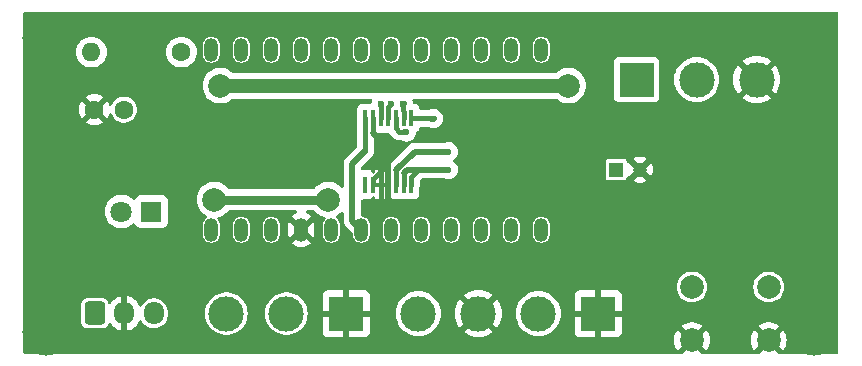
<source format=gbr>
%TF.GenerationSoftware,KiCad,Pcbnew,8.0.4*%
%TF.CreationDate,2024-08-22T00:59:55+02:00*%
%TF.ProjectId,feed-selector-v2,66656564-2d73-4656-9c65-63746f722d76,rev?*%
%TF.SameCoordinates,Original*%
%TF.FileFunction,Copper,L1,Top*%
%TF.FilePolarity,Positive*%
%FSLAX46Y46*%
G04 Gerber Fmt 4.6, Leading zero omitted, Abs format (unit mm)*
G04 Created by KiCad (PCBNEW 8.0.4) date 2024-08-22 00:59:55*
%MOMM*%
%LPD*%
G01*
G04 APERTURE LIST*
G04 Aperture macros list*
%AMRoundRect*
0 Rectangle with rounded corners*
0 $1 Rounding radius*
0 $2 $3 $4 $5 $6 $7 $8 $9 X,Y pos of 4 corners*
0 Add a 4 corners polygon primitive as box body*
4,1,4,$2,$3,$4,$5,$6,$7,$8,$9,$2,$3,0*
0 Add four circle primitives for the rounded corners*
1,1,$1+$1,$2,$3*
1,1,$1+$1,$4,$5*
1,1,$1+$1,$6,$7*
1,1,$1+$1,$8,$9*
0 Add four rect primitives between the rounded corners*
20,1,$1+$1,$2,$3,$4,$5,0*
20,1,$1+$1,$4,$5,$6,$7,0*
20,1,$1+$1,$6,$7,$8,$9,0*
20,1,$1+$1,$8,$9,$2,$3,0*%
G04 Aperture macros list end*
%TA.AperFunction,ComponentPad*%
%ADD10O,1.200000X2.000000*%
%TD*%
%TA.AperFunction,ComponentPad*%
%ADD11R,1.200000X1.200000*%
%TD*%
%TA.AperFunction,ComponentPad*%
%ADD12C,1.200000*%
%TD*%
%TA.AperFunction,ComponentPad*%
%ADD13C,1.600000*%
%TD*%
%TA.AperFunction,ComponentPad*%
%ADD14O,1.600000X1.600000*%
%TD*%
%TA.AperFunction,ComponentPad*%
%ADD15R,3.000000X3.000000*%
%TD*%
%TA.AperFunction,ComponentPad*%
%ADD16C,3.000000*%
%TD*%
%TA.AperFunction,ComponentPad*%
%ADD17C,2.000000*%
%TD*%
%TA.AperFunction,ComponentPad*%
%ADD18R,1.800000X1.800000*%
%TD*%
%TA.AperFunction,ComponentPad*%
%ADD19C,1.800000*%
%TD*%
%TA.AperFunction,ComponentPad*%
%ADD20RoundRect,0.250000X-0.600000X-0.725000X0.600000X-0.725000X0.600000X0.725000X-0.600000X0.725000X0*%
%TD*%
%TA.AperFunction,ComponentPad*%
%ADD21O,1.700000X1.950000*%
%TD*%
%TA.AperFunction,SMDPad,CuDef*%
%ADD22R,0.355600X1.473200*%
%TD*%
%TA.AperFunction,ViaPad*%
%ADD23C,0.600000*%
%TD*%
%TA.AperFunction,ViaPad*%
%ADD24C,4.000000*%
%TD*%
%TA.AperFunction,ViaPad*%
%ADD25C,2.000000*%
%TD*%
%TA.AperFunction,Conductor*%
%ADD26C,0.800000*%
%TD*%
%TA.AperFunction,Conductor*%
%ADD27C,1.200000*%
%TD*%
%TA.AperFunction,Conductor*%
%ADD28C,0.400000*%
%TD*%
%TA.AperFunction,Conductor*%
%ADD29C,0.500000*%
%TD*%
G04 APERTURE END LIST*
D10*
%TO.P,PRO_MINI1,1,TXO*%
%TO.N,Net-(J4-Pin_1)*%
X41910000Y-59436000D03*
%TO.P,PRO_MINI1,2,RXI*%
%TO.N,Net-(J4-Pin_3)*%
X44450000Y-59436000D03*
%TO.P,PRO_MINI1,3,RESET*%
%TO.N,unconnected-(PRO_MINI1-RESET-Pad3)*%
X46990000Y-59436000D03*
%TO.P,PRO_MINI1,4,GND*%
%TO.N,GND*%
X49530000Y-59436000D03*
%TO.P,PRO_MINI1,5,D2*%
%TO.N,Net-(D1-K)*%
X52070000Y-59436000D03*
%TO.P,PRO_MINI1,6,D3*%
%TO.N,Net-(PRO_MINI1-D3)*%
X54610000Y-59436000D03*
%TO.P,PRO_MINI1,7,D4*%
%TO.N,Net-(J1-Pin_4)*%
X57150000Y-59436000D03*
%TO.P,PRO_MINI1,8,D5*%
%TO.N,Net-(J1-Pin_2)*%
X59690000Y-59436000D03*
%TO.P,PRO_MINI1,9,D6*%
%TO.N,Net-(PRO_MINI1-D6)*%
X62230000Y-59436000D03*
%TO.P,PRO_MINI1,10,D7*%
%TO.N,unconnected-(PRO_MINI1-D7-Pad10)*%
X64770000Y-59436000D03*
%TO.P,PRO_MINI1,11,D8*%
%TO.N,unconnected-(PRO_MINI1-D8-Pad11)*%
X67310000Y-59436000D03*
%TO.P,PRO_MINI1,12,D9*%
%TO.N,unconnected-(PRO_MINI1-D9-Pad12)*%
X69850000Y-59436000D03*
%TO.P,PRO_MINI1,13,SS*%
%TO.N,Net-(PRO_MINI1-D10)*%
X69850000Y-44196000D03*
%TO.P,PRO_MINI1,14,MOSI*%
%TO.N,Net-(PRO_MINI1-D11)*%
X67310000Y-44196000D03*
%TO.P,PRO_MINI1,15,MISO*%
%TO.N,Net-(PRO_MINI1-D12)*%
X64770000Y-44196000D03*
%TO.P,PRO_MINI1,16,SCK*%
%TO.N,Net-(PRO_MINI1-D13)*%
X62230000Y-44196000D03*
%TO.P,PRO_MINI1,17,A0*%
%TO.N,Net-(J3-Pin_2)*%
X59690000Y-44196000D03*
%TO.P,PRO_MINI1,18,A1*%
%TO.N,unconnected-(PRO_MINI1-A1-Pad18)*%
X57150000Y-44196000D03*
%TO.P,PRO_MINI1,19,A2*%
%TO.N,unconnected-(PRO_MINI1-A2-Pad19)*%
X54610000Y-44196000D03*
%TO.P,PRO_MINI1,20,A3*%
%TO.N,unconnected-(PRO_MINI1-A3-Pad20)*%
X52070000Y-44196000D03*
%TO.P,PRO_MINI1,21,VCC*%
%TO.N,+3.3V*%
X49530000Y-44196000D03*
%TO.P,PRO_MINI1,22,RESET*%
%TO.N,unconnected-(PRO_MINI1-RESET-Pad22)*%
X46990000Y-44196000D03*
%TO.P,PRO_MINI1,23,GND*%
%TO.N,unconnected-(PRO_MINI1-GND-Pad23)*%
X44450000Y-44196000D03*
%TO.P,PRO_MINI1,24,RAW*%
%TO.N,+10V*%
X41910000Y-44196000D03*
%TD*%
D11*
%TO.P,C1,1*%
%TO.N,+10V*%
X76200000Y-54356000D03*
D12*
%TO.P,C1,2*%
%TO.N,GND*%
X78200000Y-54356000D03*
%TD*%
D13*
%TO.P,R1,1*%
%TO.N,Net-(D1-A)*%
X39370000Y-44414000D03*
D14*
%TO.P,R1,2*%
%TO.N,+3.3V*%
X31750000Y-44414000D03*
%TD*%
D15*
%TO.P,J1,1,Pin_1*%
%TO.N,GND*%
X74676000Y-66548000D03*
D16*
%TO.P,J1,2,Pin_2*%
%TO.N,Net-(J1-Pin_2)*%
X69596000Y-66548000D03*
%TO.P,J1,3,Pin_3*%
%TO.N,GND*%
X64516000Y-66548000D03*
%TO.P,J1,4,Pin_4*%
%TO.N,Net-(J1-Pin_4)*%
X59436000Y-66548000D03*
%TD*%
D15*
%TO.P,J3,1,Pin_1*%
%TO.N,GND*%
X53340000Y-66548000D03*
D16*
%TO.P,J3,2,Pin_2*%
%TO.N,Net-(J3-Pin_2)*%
X48260000Y-66548000D03*
%TO.P,J3,3,Pin_3*%
%TO.N,+3.3V*%
X43180000Y-66548000D03*
%TD*%
D17*
%TO.P,SW1,1,1*%
%TO.N,GND*%
X89102000Y-68798000D03*
X82602000Y-68798000D03*
%TO.P,SW1,2,2*%
%TO.N,Net-(PRO_MINI1-D6)*%
X89102000Y-64298000D03*
X82602000Y-64298000D03*
%TD*%
D15*
%TO.P,J2,1,Pin_1*%
%TO.N,+10V*%
X77920000Y-46736000D03*
D16*
%TO.P,J2,2,Pin_2*%
%TO.N,VOUT*%
X83000000Y-46736000D03*
%TO.P,J2,3,Pin_3*%
%TO.N,GND*%
X88080000Y-46736000D03*
%TD*%
D18*
%TO.P,D1,1,K*%
%TO.N,Net-(D1-K)*%
X36835000Y-57912000D03*
D19*
%TO.P,D1,2,A*%
%TO.N,Net-(D1-A)*%
X34295000Y-57912000D03*
%TD*%
D20*
%TO.P,J4,1,Pin_1*%
%TO.N,Net-(J4-Pin_1)*%
X32044000Y-66531000D03*
D21*
%TO.P,J4,2,Pin_2*%
%TO.N,GND*%
X34544000Y-66531000D03*
%TO.P,J4,3,Pin_3*%
%TO.N,Net-(J4-Pin_3)*%
X37044000Y-66531000D03*
%TD*%
D13*
%TO.P,C3,1*%
%TO.N,GND*%
X32004000Y-49276000D03*
%TO.P,C3,2*%
%TO.N,+3.3V*%
X34504000Y-49276000D03*
%TD*%
D22*
%TO.P,U1,1,VL*%
%TO.N,+3.3V*%
X58846001Y-50012600D03*
%TO.P,U1,2,SCK*%
%TO.N,Net-(PRO_MINI1-D13)*%
X58196000Y-50012600D03*
%TO.P,U1,3,\u002ACS*%
%TO.N,Net-(PRO_MINI1-D10)*%
X57545999Y-50012600D03*
%TO.P,U1,4,SDI*%
%TO.N,Net-(PRO_MINI1-D11)*%
X56896000Y-50012600D03*
%TO.P,U1,5,SDO*%
%TO.N,Net-(PRO_MINI1-D12)*%
X56246001Y-50012600D03*
%TO.P,U1,6,\u002AWLAT*%
%TO.N,GND*%
X55596000Y-50012600D03*
%TO.P,U1,7,\u002ASHDN*%
%TO.N,Net-(PRO_MINI1-D3)*%
X54946001Y-50012600D03*
%TO.P,U1,8,NC*%
%TO.N,unconnected-(U1-NC-Pad8)*%
X54945999Y-55651400D03*
%TO.P,U1,9,DGND*%
%TO.N,GND*%
X55596000Y-55651400D03*
%TO.P,U1,10,V-*%
X56245999Y-55651400D03*
%TO.P,U1,11,P0B*%
X56896000Y-55651400D03*
%TO.P,U1,12,P0W*%
%TO.N,VOUT*%
X57545999Y-55651400D03*
%TO.P,U1,13,P0A*%
%TO.N,+10V*%
X58196000Y-55651400D03*
%TO.P,U1,14,V+*%
X58845999Y-55651400D03*
%TD*%
D23*
%TO.N,Net-(PRO_MINI1-D11)*%
X57150000Y-48768000D03*
%TO.N,Net-(PRO_MINI1-D10)*%
X58420000Y-51181000D03*
%TO.N,Net-(PRO_MINI1-D13)*%
X58166000Y-48768000D03*
%TO.N,Net-(PRO_MINI1-D12)*%
X56261000Y-48768000D03*
%TO.N,GND*%
X55880000Y-57912000D03*
%TO.N,+3.3V*%
X60706000Y-50038000D03*
%TO.N,GND*%
X61976000Y-55880000D03*
%TO.N,+10V*%
X61976000Y-54356000D03*
%TO.N,VOUT*%
X61976000Y-52832000D03*
D24*
%TO.N,GND*%
X27940000Y-43180000D03*
X27940000Y-68072000D03*
X92964000Y-68072000D03*
X92964000Y-43180000D03*
D25*
%TO.N,Net-(D1-K)*%
X42164000Y-56896000D03*
X51816000Y-56896000D03*
%TO.N,+10V*%
X42672000Y-47244000D03*
X72136000Y-47244000D03*
%TD*%
D26*
%TO.N,Net-(D1-K)*%
X42164000Y-56896000D02*
X51816000Y-56896000D01*
D27*
%TO.N,+10V*%
X42672000Y-47244000D02*
X72136000Y-47244000D01*
D28*
%TO.N,Net-(PRO_MINI1-D10)*%
X58420000Y-51181000D02*
X58420000Y-51156000D01*
X57545999Y-50012600D02*
X57545999Y-50876999D01*
X57545999Y-50876999D02*
X57825000Y-51156000D01*
X57825000Y-51156000D02*
X58420000Y-51181000D01*
%TO.N,Net-(PRO_MINI1-D13)*%
X58166000Y-48768000D02*
X58196000Y-48756000D01*
%TO.N,Net-(PRO_MINI1-D11)*%
X57150000Y-48768000D02*
X56896000Y-49022000D01*
X56896000Y-49022000D02*
X56896000Y-50012600D01*
D29*
%TO.N,GND*%
X56245999Y-57038001D02*
X55880000Y-57404000D01*
X55880000Y-57404000D02*
X55880000Y-57912000D01*
D28*
%TO.N,+3.3V*%
X60706000Y-50038000D02*
X60731400Y-50012600D01*
X60680600Y-50012600D02*
X60706000Y-50038000D01*
X58846001Y-50012600D02*
X60680600Y-50012600D01*
D29*
%TO.N,VOUT*%
X57545999Y-54414800D02*
X59128799Y-52832000D01*
X59128799Y-52832000D02*
X61976000Y-52832000D01*
D28*
X57545999Y-54414800D02*
X57545999Y-55651400D01*
%TO.N,Net-(PRO_MINI1-D3)*%
X54946001Y-50012600D02*
X54946001Y-52749999D01*
D29*
X54946001Y-52749999D02*
X53848000Y-53848000D01*
X53848000Y-53848000D02*
X53848000Y-58674000D01*
X53848000Y-58674000D02*
X54610000Y-59436000D01*
%TO.N,GND*%
X56896000Y-53848000D02*
X56896000Y-52549200D01*
X56896000Y-52549200D02*
X55596000Y-51249200D01*
D28*
X55596000Y-51249200D02*
X55596000Y-50012600D01*
D29*
X61976000Y-55880000D02*
X60452000Y-57404000D01*
X60452000Y-57404000D02*
X57412000Y-57404000D01*
X56896000Y-56888000D02*
X56896000Y-55651400D01*
X57412000Y-57404000D02*
X56896000Y-56888000D01*
%TO.N,Net-(PRO_MINI1-D12)*%
X64770000Y-44196000D02*
X64770000Y-44143969D01*
D28*
X56246001Y-48776000D02*
X56246001Y-50012600D01*
%TO.N,GND*%
X56245999Y-55651400D02*
X56245999Y-57038001D01*
%TO.N,Net-(PRO_MINI1-D13)*%
X58196000Y-50012600D02*
X58166000Y-48768000D01*
%TO.N,GND*%
X55596000Y-55651400D02*
X55596000Y-55148000D01*
X55596000Y-55148000D02*
X56245999Y-54498001D01*
X56245999Y-55651400D02*
X56245999Y-54498001D01*
D29*
X56245999Y-54498001D02*
X56896000Y-53848000D01*
X56896000Y-55651400D02*
X56896000Y-53848000D01*
D28*
%TO.N,+10V*%
X58196000Y-55651400D02*
X58196000Y-54613327D01*
D29*
X58196000Y-54613327D02*
X58453327Y-54356000D01*
X58453327Y-54356000D02*
X59436000Y-54356000D01*
D28*
X58845999Y-54946001D02*
X59436000Y-54356000D01*
X58845999Y-55651400D02*
X58845999Y-54946001D01*
D29*
X59436000Y-54356000D02*
X61976000Y-54356000D01*
%TD*%
%TA.AperFunction,Conductor*%
%TO.N,GND*%
G36*
X94942539Y-41020185D02*
G01*
X94988294Y-41072989D01*
X94999500Y-41124500D01*
X94999500Y-69875500D01*
X94979815Y-69942539D01*
X94927011Y-69988294D01*
X94875500Y-69999500D01*
X90001309Y-69999500D01*
X89934270Y-69979815D01*
X89913628Y-69963181D01*
X89272234Y-69321787D01*
X89314292Y-69310518D01*
X89439708Y-69238110D01*
X89542110Y-69135708D01*
X89614518Y-69010292D01*
X89625787Y-68968235D01*
X90325434Y-69667882D01*
X90425731Y-69514369D01*
X90525587Y-69286717D01*
X90586612Y-69045738D01*
X90586614Y-69045729D01*
X90607141Y-68798005D01*
X90607141Y-68797994D01*
X90586614Y-68550270D01*
X90586612Y-68550261D01*
X90525587Y-68309282D01*
X90425731Y-68081630D01*
X90325434Y-67928116D01*
X89625787Y-68627764D01*
X89614518Y-68585708D01*
X89542110Y-68460292D01*
X89439708Y-68357890D01*
X89314292Y-68285482D01*
X89272235Y-68274212D01*
X89972057Y-67574390D01*
X89972056Y-67574389D01*
X89925229Y-67537943D01*
X89706614Y-67419635D01*
X89706603Y-67419630D01*
X89471493Y-67338916D01*
X89226293Y-67298000D01*
X88977707Y-67298000D01*
X88732506Y-67338916D01*
X88497396Y-67419630D01*
X88497390Y-67419632D01*
X88278761Y-67537949D01*
X88231942Y-67574388D01*
X88231942Y-67574390D01*
X88931765Y-68274212D01*
X88889708Y-68285482D01*
X88764292Y-68357890D01*
X88661890Y-68460292D01*
X88589482Y-68585708D01*
X88578212Y-68627764D01*
X87878564Y-67928116D01*
X87778267Y-68081632D01*
X87678412Y-68309282D01*
X87617387Y-68550261D01*
X87617385Y-68550270D01*
X87596859Y-68797994D01*
X87596859Y-68798005D01*
X87617385Y-69045729D01*
X87617387Y-69045738D01*
X87678412Y-69286717D01*
X87778266Y-69514364D01*
X87878564Y-69667882D01*
X88578212Y-68968234D01*
X88589482Y-69010292D01*
X88661890Y-69135708D01*
X88764292Y-69238110D01*
X88889708Y-69310518D01*
X88931765Y-69321787D01*
X88290372Y-69963181D01*
X88229049Y-69996666D01*
X88202691Y-69999500D01*
X83501309Y-69999500D01*
X83434270Y-69979815D01*
X83413628Y-69963181D01*
X82772234Y-69321787D01*
X82814292Y-69310518D01*
X82939708Y-69238110D01*
X83042110Y-69135708D01*
X83114518Y-69010292D01*
X83125787Y-68968234D01*
X83825434Y-69667882D01*
X83925731Y-69514369D01*
X84025587Y-69286717D01*
X84086612Y-69045738D01*
X84086614Y-69045729D01*
X84107141Y-68798005D01*
X84107141Y-68797994D01*
X84086614Y-68550270D01*
X84086612Y-68550261D01*
X84025587Y-68309282D01*
X83925731Y-68081630D01*
X83825434Y-67928116D01*
X83125787Y-68627764D01*
X83114518Y-68585708D01*
X83042110Y-68460292D01*
X82939708Y-68357890D01*
X82814292Y-68285482D01*
X82772235Y-68274212D01*
X83472057Y-67574390D01*
X83472056Y-67574389D01*
X83425229Y-67537943D01*
X83206614Y-67419635D01*
X83206603Y-67419630D01*
X82971493Y-67338916D01*
X82726293Y-67298000D01*
X82477707Y-67298000D01*
X82232506Y-67338916D01*
X81997396Y-67419630D01*
X81997390Y-67419632D01*
X81778761Y-67537949D01*
X81731942Y-67574388D01*
X81731942Y-67574390D01*
X82431765Y-68274212D01*
X82389708Y-68285482D01*
X82264292Y-68357890D01*
X82161890Y-68460292D01*
X82089482Y-68585708D01*
X82078212Y-68627764D01*
X81378564Y-67928116D01*
X81278267Y-68081632D01*
X81178412Y-68309282D01*
X81117387Y-68550261D01*
X81117385Y-68550270D01*
X81096859Y-68797994D01*
X81096859Y-68798005D01*
X81117385Y-69045729D01*
X81117387Y-69045738D01*
X81178412Y-69286717D01*
X81278266Y-69514364D01*
X81378564Y-69667882D01*
X82078212Y-68968234D01*
X82089482Y-69010292D01*
X82161890Y-69135708D01*
X82264292Y-69238110D01*
X82389708Y-69310518D01*
X82431765Y-69321787D01*
X81790372Y-69963181D01*
X81729049Y-69996666D01*
X81702691Y-69999500D01*
X26124500Y-69999500D01*
X26057461Y-69979815D01*
X26011706Y-69927011D01*
X26000500Y-69875500D01*
X26000500Y-65762898D01*
X30893500Y-65762898D01*
X30893500Y-67299102D01*
X30898854Y-67343690D01*
X30904122Y-67387561D01*
X30904122Y-67387563D01*
X30904123Y-67387564D01*
X30916768Y-67419630D01*
X30959639Y-67528343D01*
X31051077Y-67648922D01*
X31171656Y-67740360D01*
X31171657Y-67740360D01*
X31171658Y-67740361D01*
X31312436Y-67795877D01*
X31400898Y-67806500D01*
X31400903Y-67806500D01*
X32687097Y-67806500D01*
X32687102Y-67806500D01*
X32775564Y-67795877D01*
X32916342Y-67740361D01*
X33036922Y-67648922D01*
X33128361Y-67528342D01*
X33179433Y-67398832D01*
X33222338Y-67343690D01*
X33288246Y-67320497D01*
X33356230Y-67336617D01*
X33395105Y-67371439D01*
X33514272Y-67535459D01*
X33514276Y-67535464D01*
X33664535Y-67685723D01*
X33664540Y-67685727D01*
X33836442Y-67810620D01*
X34025782Y-67907095D01*
X34227871Y-67972757D01*
X34294000Y-67983231D01*
X34294000Y-66935145D01*
X34360657Y-66973630D01*
X34481465Y-67006000D01*
X34606535Y-67006000D01*
X34727343Y-66973630D01*
X34794000Y-66935145D01*
X34794000Y-67983230D01*
X34860126Y-67972757D01*
X34860129Y-67972757D01*
X35062217Y-67907095D01*
X35251557Y-67810620D01*
X35423459Y-67685727D01*
X35423464Y-67685723D01*
X35573723Y-67535464D01*
X35573727Y-67535459D01*
X35698620Y-67363558D01*
X35795466Y-67173488D01*
X35843440Y-67122692D01*
X35911261Y-67105897D01*
X35977396Y-67128434D01*
X36016435Y-67173488D01*
X36060002Y-67258992D01*
X36060003Y-67258993D01*
X36166441Y-67405494D01*
X36166445Y-67405499D01*
X36294500Y-67533554D01*
X36294505Y-67533558D01*
X36422287Y-67626396D01*
X36441006Y-67639996D01*
X36530750Y-67685723D01*
X36602360Y-67722211D01*
X36602363Y-67722212D01*
X36688476Y-67750191D01*
X36774591Y-67778171D01*
X36857429Y-67791291D01*
X36953449Y-67806500D01*
X36953454Y-67806500D01*
X37134551Y-67806500D01*
X37221259Y-67792765D01*
X37313409Y-67778171D01*
X37485639Y-67722211D01*
X37646994Y-67639996D01*
X37793501Y-67533553D01*
X37921553Y-67405501D01*
X38027996Y-67258994D01*
X38110211Y-67097639D01*
X38166171Y-66925409D01*
X38186351Y-66798000D01*
X38194500Y-66746551D01*
X38194500Y-66547995D01*
X41374451Y-66547995D01*
X41374451Y-66548004D01*
X41394616Y-66817101D01*
X41454664Y-67080188D01*
X41454666Y-67080195D01*
X41553256Y-67331396D01*
X41553258Y-67331400D01*
X41560354Y-67343690D01*
X41688185Y-67565102D01*
X41784381Y-67685727D01*
X41856442Y-67776089D01*
X42043183Y-67949358D01*
X42054259Y-67959635D01*
X42277226Y-68111651D01*
X42520359Y-68228738D01*
X42778228Y-68308280D01*
X42778229Y-68308280D01*
X42778232Y-68308281D01*
X43045063Y-68348499D01*
X43045068Y-68348499D01*
X43045071Y-68348500D01*
X43045072Y-68348500D01*
X43314928Y-68348500D01*
X43314929Y-68348500D01*
X43314936Y-68348499D01*
X43581767Y-68308281D01*
X43581768Y-68308280D01*
X43581772Y-68308280D01*
X43839641Y-68228738D01*
X44082775Y-68111651D01*
X44305741Y-67959635D01*
X44503561Y-67776085D01*
X44671815Y-67565102D01*
X44806743Y-67331398D01*
X44905334Y-67080195D01*
X44965383Y-66817103D01*
X44985549Y-66548000D01*
X44985549Y-66547995D01*
X46454451Y-66547995D01*
X46454451Y-66548004D01*
X46474616Y-66817101D01*
X46534664Y-67080188D01*
X46534666Y-67080195D01*
X46633256Y-67331396D01*
X46633258Y-67331400D01*
X46640354Y-67343690D01*
X46768185Y-67565102D01*
X46864381Y-67685727D01*
X46936442Y-67776089D01*
X47123183Y-67949358D01*
X47134259Y-67959635D01*
X47357226Y-68111651D01*
X47600359Y-68228738D01*
X47858228Y-68308280D01*
X47858229Y-68308280D01*
X47858232Y-68308281D01*
X48125063Y-68348499D01*
X48125068Y-68348499D01*
X48125071Y-68348500D01*
X48125072Y-68348500D01*
X48394928Y-68348500D01*
X48394929Y-68348500D01*
X48394936Y-68348499D01*
X48661767Y-68308281D01*
X48661768Y-68308280D01*
X48661772Y-68308280D01*
X48919641Y-68228738D01*
X49162775Y-68111651D01*
X49385741Y-67959635D01*
X49583561Y-67776085D01*
X49751815Y-67565102D01*
X49886743Y-67331398D01*
X49985334Y-67080195D01*
X50045383Y-66817103D01*
X50065549Y-66548000D01*
X50045383Y-66278897D01*
X49985334Y-66015805D01*
X49886743Y-65764602D01*
X49751815Y-65530898D01*
X49583561Y-65319915D01*
X49583560Y-65319914D01*
X49583557Y-65319910D01*
X49385741Y-65136365D01*
X49316623Y-65089241D01*
X49185958Y-65000155D01*
X51340000Y-65000155D01*
X51340000Y-66298000D01*
X52620936Y-66298000D01*
X52609207Y-66326316D01*
X52580000Y-66473147D01*
X52580000Y-66622853D01*
X52609207Y-66769684D01*
X52620936Y-66798000D01*
X51340000Y-66798000D01*
X51340000Y-68095844D01*
X51346401Y-68155372D01*
X51346403Y-68155379D01*
X51396645Y-68290086D01*
X51396649Y-68290093D01*
X51482809Y-68405187D01*
X51482812Y-68405190D01*
X51597906Y-68491350D01*
X51597913Y-68491354D01*
X51732620Y-68541596D01*
X51732627Y-68541598D01*
X51792155Y-68547999D01*
X51792172Y-68548000D01*
X53090000Y-68548000D01*
X53090000Y-67267064D01*
X53118316Y-67278793D01*
X53265147Y-67308000D01*
X53414853Y-67308000D01*
X53561684Y-67278793D01*
X53590000Y-67267064D01*
X53590000Y-68548000D01*
X54887828Y-68548000D01*
X54887844Y-68547999D01*
X54947372Y-68541598D01*
X54947379Y-68541596D01*
X55082086Y-68491354D01*
X55082093Y-68491350D01*
X55197187Y-68405190D01*
X55197190Y-68405187D01*
X55283350Y-68290093D01*
X55283354Y-68290086D01*
X55333596Y-68155379D01*
X55333598Y-68155372D01*
X55339999Y-68095844D01*
X55340000Y-68095827D01*
X55340000Y-66798000D01*
X54059064Y-66798000D01*
X54070793Y-66769684D01*
X54100000Y-66622853D01*
X54100000Y-66547998D01*
X57530645Y-66547998D01*
X57530645Y-66548001D01*
X57550039Y-66819160D01*
X57550040Y-66819167D01*
X57606823Y-67080195D01*
X57607825Y-67084801D01*
X57672796Y-67258994D01*
X57702830Y-67339519D01*
X57833109Y-67578107D01*
X57833110Y-67578108D01*
X57833113Y-67578113D01*
X57996029Y-67795742D01*
X57996033Y-67795746D01*
X57996038Y-67795752D01*
X58188247Y-67987961D01*
X58188253Y-67987966D01*
X58188258Y-67987971D01*
X58405887Y-68150887D01*
X58405891Y-68150889D01*
X58405892Y-68150890D01*
X58644481Y-68281169D01*
X58644480Y-68281169D01*
X58644484Y-68281170D01*
X58644487Y-68281172D01*
X58899199Y-68376175D01*
X59164840Y-68433961D01*
X59416605Y-68451967D01*
X59435999Y-68453355D01*
X59436000Y-68453355D01*
X59436001Y-68453355D01*
X59454100Y-68452060D01*
X59707160Y-68433961D01*
X59972801Y-68376175D01*
X60227513Y-68281172D01*
X60227517Y-68281169D01*
X60227519Y-68281169D01*
X60457899Y-68155372D01*
X60466113Y-68150887D01*
X60683742Y-67987971D01*
X60875971Y-67795742D01*
X61038887Y-67578113D01*
X61133144Y-67405494D01*
X61169169Y-67339519D01*
X61169169Y-67339517D01*
X61169172Y-67339513D01*
X61264175Y-67084801D01*
X61321961Y-66819160D01*
X61341355Y-66548000D01*
X61341355Y-66547998D01*
X62510891Y-66547998D01*
X62510891Y-66548001D01*
X62531300Y-66833362D01*
X62592109Y-67112895D01*
X62692091Y-67380958D01*
X62829191Y-67632038D01*
X62829196Y-67632046D01*
X62935882Y-67774561D01*
X62935883Y-67774562D01*
X63830767Y-66879677D01*
X63842497Y-66907995D01*
X63925670Y-67032472D01*
X64031528Y-67138330D01*
X64156005Y-67221503D01*
X64184320Y-67233231D01*
X63289436Y-68128115D01*
X63431960Y-68234807D01*
X63431961Y-68234808D01*
X63683042Y-68371908D01*
X63683041Y-68371908D01*
X63951104Y-68471890D01*
X64230637Y-68532699D01*
X64515999Y-68553109D01*
X64516001Y-68553109D01*
X64801362Y-68532699D01*
X65080895Y-68471890D01*
X65348958Y-68371908D01*
X65600047Y-68234803D01*
X65742561Y-68128116D01*
X65742562Y-68128115D01*
X64847679Y-67233231D01*
X64875995Y-67221503D01*
X65000472Y-67138330D01*
X65106330Y-67032472D01*
X65189503Y-66907995D01*
X65201231Y-66879678D01*
X66096115Y-67774562D01*
X66096116Y-67774561D01*
X66202803Y-67632047D01*
X66339908Y-67380958D01*
X66439890Y-67112895D01*
X66500699Y-66833362D01*
X66521109Y-66548001D01*
X66521109Y-66547998D01*
X67690645Y-66547998D01*
X67690645Y-66548001D01*
X67710039Y-66819160D01*
X67710040Y-66819167D01*
X67766823Y-67080195D01*
X67767825Y-67084801D01*
X67832796Y-67258994D01*
X67862830Y-67339519D01*
X67993109Y-67578107D01*
X67993110Y-67578108D01*
X67993113Y-67578113D01*
X68156029Y-67795742D01*
X68156033Y-67795746D01*
X68156038Y-67795752D01*
X68348247Y-67987961D01*
X68348253Y-67987966D01*
X68348258Y-67987971D01*
X68565887Y-68150887D01*
X68565891Y-68150889D01*
X68565892Y-68150890D01*
X68804481Y-68281169D01*
X68804480Y-68281169D01*
X68804484Y-68281170D01*
X68804487Y-68281172D01*
X69059199Y-68376175D01*
X69324840Y-68433961D01*
X69576605Y-68451967D01*
X69595999Y-68453355D01*
X69596000Y-68453355D01*
X69596001Y-68453355D01*
X69614100Y-68452060D01*
X69867160Y-68433961D01*
X70132801Y-68376175D01*
X70387513Y-68281172D01*
X70387517Y-68281169D01*
X70387519Y-68281169D01*
X70617899Y-68155372D01*
X70626113Y-68150887D01*
X70843742Y-67987971D01*
X71035971Y-67795742D01*
X71198887Y-67578113D01*
X71293144Y-67405494D01*
X71329169Y-67339519D01*
X71329169Y-67339517D01*
X71329172Y-67339513D01*
X71424175Y-67084801D01*
X71481961Y-66819160D01*
X71501355Y-66548000D01*
X71481961Y-66276840D01*
X71424175Y-66011199D01*
X71329172Y-65756487D01*
X71329170Y-65756484D01*
X71329169Y-65756480D01*
X71198890Y-65517892D01*
X71198889Y-65517891D01*
X71198887Y-65517887D01*
X71035971Y-65300258D01*
X71035966Y-65300253D01*
X71035961Y-65300247D01*
X70843752Y-65108038D01*
X70843746Y-65108033D01*
X70843742Y-65108029D01*
X70699640Y-65000155D01*
X72676000Y-65000155D01*
X72676000Y-66298000D01*
X73956936Y-66298000D01*
X73945207Y-66326316D01*
X73916000Y-66473147D01*
X73916000Y-66622853D01*
X73945207Y-66769684D01*
X73956936Y-66798000D01*
X72676000Y-66798000D01*
X72676000Y-68095844D01*
X72682401Y-68155372D01*
X72682403Y-68155379D01*
X72732645Y-68290086D01*
X72732649Y-68290093D01*
X72818809Y-68405187D01*
X72818812Y-68405190D01*
X72933906Y-68491350D01*
X72933913Y-68491354D01*
X73068620Y-68541596D01*
X73068627Y-68541598D01*
X73128155Y-68547999D01*
X73128172Y-68548000D01*
X74426000Y-68548000D01*
X74426000Y-67267064D01*
X74454316Y-67278793D01*
X74601147Y-67308000D01*
X74750853Y-67308000D01*
X74897684Y-67278793D01*
X74926000Y-67267064D01*
X74926000Y-68548000D01*
X76223828Y-68548000D01*
X76223844Y-68547999D01*
X76283372Y-68541598D01*
X76283379Y-68541596D01*
X76418086Y-68491354D01*
X76418093Y-68491350D01*
X76533187Y-68405190D01*
X76533190Y-68405187D01*
X76619350Y-68290093D01*
X76619354Y-68290086D01*
X76669596Y-68155379D01*
X76669598Y-68155372D01*
X76675999Y-68095844D01*
X76676000Y-68095827D01*
X76676000Y-66798000D01*
X75395064Y-66798000D01*
X75406793Y-66769684D01*
X75436000Y-66622853D01*
X75436000Y-66473147D01*
X75406793Y-66326316D01*
X75395064Y-66298000D01*
X76676000Y-66298000D01*
X76676000Y-65000172D01*
X76675999Y-65000155D01*
X76669598Y-64940627D01*
X76669596Y-64940620D01*
X76619354Y-64805913D01*
X76619350Y-64805906D01*
X76533190Y-64690812D01*
X76533187Y-64690809D01*
X76418093Y-64604649D01*
X76418086Y-64604645D01*
X76283379Y-64554403D01*
X76283372Y-64554401D01*
X76223844Y-64548000D01*
X74926000Y-64548000D01*
X74926000Y-65828935D01*
X74897684Y-65817207D01*
X74750853Y-65788000D01*
X74601147Y-65788000D01*
X74454316Y-65817207D01*
X74426000Y-65828935D01*
X74426000Y-64548000D01*
X73128155Y-64548000D01*
X73068627Y-64554401D01*
X73068620Y-64554403D01*
X72933913Y-64604645D01*
X72933906Y-64604649D01*
X72818812Y-64690809D01*
X72818809Y-64690812D01*
X72732649Y-64805906D01*
X72732645Y-64805913D01*
X72682403Y-64940620D01*
X72682401Y-64940627D01*
X72676000Y-65000155D01*
X70699640Y-65000155D01*
X70626113Y-64945113D01*
X70626108Y-64945110D01*
X70626107Y-64945109D01*
X70387518Y-64814830D01*
X70387519Y-64814830D01*
X70314834Y-64787720D01*
X70132801Y-64719825D01*
X70132794Y-64719823D01*
X70132793Y-64719823D01*
X69867167Y-64662040D01*
X69867160Y-64662039D01*
X69596001Y-64642645D01*
X69595999Y-64642645D01*
X69324839Y-64662039D01*
X69324832Y-64662040D01*
X69059206Y-64719823D01*
X69059202Y-64719824D01*
X69059199Y-64719825D01*
X68985000Y-64747500D01*
X68804480Y-64814830D01*
X68565892Y-64945109D01*
X68565891Y-64945110D01*
X68348259Y-65108028D01*
X68348247Y-65108038D01*
X68156038Y-65300247D01*
X68156028Y-65300259D01*
X67993110Y-65517891D01*
X67993109Y-65517892D01*
X67862830Y-65756480D01*
X67818812Y-65874497D01*
X67767825Y-66011199D01*
X67767824Y-66011202D01*
X67767823Y-66011206D01*
X67710040Y-66276832D01*
X67710039Y-66276839D01*
X67690645Y-66547998D01*
X66521109Y-66547998D01*
X66500699Y-66262637D01*
X66439890Y-65983104D01*
X66339908Y-65715041D01*
X66202808Y-65463961D01*
X66202807Y-65463960D01*
X66096115Y-65321436D01*
X65201231Y-66216320D01*
X65189503Y-66188005D01*
X65106330Y-66063528D01*
X65000472Y-65957670D01*
X64875995Y-65874497D01*
X64847678Y-65862767D01*
X65742562Y-64967883D01*
X65742561Y-64967882D01*
X65600046Y-64861196D01*
X65600038Y-64861191D01*
X65348957Y-64724091D01*
X65348958Y-64724091D01*
X65080895Y-64624109D01*
X64801362Y-64563300D01*
X64516001Y-64542891D01*
X64515999Y-64542891D01*
X64230637Y-64563300D01*
X63951104Y-64624109D01*
X63683041Y-64724091D01*
X63431961Y-64861191D01*
X63431953Y-64861196D01*
X63289437Y-64967882D01*
X63289436Y-64967883D01*
X64184321Y-65862767D01*
X64156005Y-65874497D01*
X64031528Y-65957670D01*
X63925670Y-66063528D01*
X63842497Y-66188005D01*
X63830768Y-66216321D01*
X62935883Y-65321436D01*
X62935882Y-65321437D01*
X62829196Y-65463953D01*
X62829191Y-65463961D01*
X62692091Y-65715041D01*
X62592109Y-65983104D01*
X62531300Y-66262637D01*
X62510891Y-66547998D01*
X61341355Y-66547998D01*
X61321961Y-66276840D01*
X61264175Y-66011199D01*
X61169172Y-65756487D01*
X61169170Y-65756484D01*
X61169169Y-65756480D01*
X61038890Y-65517892D01*
X61038889Y-65517891D01*
X61038887Y-65517887D01*
X60875971Y-65300258D01*
X60875966Y-65300253D01*
X60875961Y-65300247D01*
X60683752Y-65108038D01*
X60683746Y-65108033D01*
X60683742Y-65108029D01*
X60466113Y-64945113D01*
X60466108Y-64945110D01*
X60466107Y-64945109D01*
X60227518Y-64814830D01*
X60227519Y-64814830D01*
X60154834Y-64787720D01*
X59972801Y-64719825D01*
X59972794Y-64719823D01*
X59972793Y-64719823D01*
X59707167Y-64662040D01*
X59707160Y-64662039D01*
X59436001Y-64642645D01*
X59435999Y-64642645D01*
X59164839Y-64662039D01*
X59164832Y-64662040D01*
X58899206Y-64719823D01*
X58899202Y-64719824D01*
X58899199Y-64719825D01*
X58825000Y-64747500D01*
X58644480Y-64814830D01*
X58405892Y-64945109D01*
X58405891Y-64945110D01*
X58188259Y-65108028D01*
X58188247Y-65108038D01*
X57996038Y-65300247D01*
X57996028Y-65300259D01*
X57833110Y-65517891D01*
X57833109Y-65517892D01*
X57702830Y-65756480D01*
X57658812Y-65874497D01*
X57607825Y-66011199D01*
X57607824Y-66011202D01*
X57607823Y-66011206D01*
X57550040Y-66276832D01*
X57550039Y-66276839D01*
X57530645Y-66547998D01*
X54100000Y-66547998D01*
X54100000Y-66473147D01*
X54070793Y-66326316D01*
X54059064Y-66298000D01*
X55340000Y-66298000D01*
X55340000Y-65000172D01*
X55339999Y-65000155D01*
X55333598Y-64940627D01*
X55333596Y-64940620D01*
X55283354Y-64805913D01*
X55283350Y-64805906D01*
X55197190Y-64690812D01*
X55197187Y-64690809D01*
X55082093Y-64604649D01*
X55082086Y-64604645D01*
X54947379Y-64554403D01*
X54947372Y-64554401D01*
X54887844Y-64548000D01*
X53590000Y-64548000D01*
X53590000Y-65828935D01*
X53561684Y-65817207D01*
X53414853Y-65788000D01*
X53265147Y-65788000D01*
X53118316Y-65817207D01*
X53090000Y-65828935D01*
X53090000Y-64548000D01*
X51792155Y-64548000D01*
X51732627Y-64554401D01*
X51732620Y-64554403D01*
X51597913Y-64604645D01*
X51597906Y-64604649D01*
X51482812Y-64690809D01*
X51482809Y-64690812D01*
X51396649Y-64805906D01*
X51396645Y-64805913D01*
X51346403Y-64940620D01*
X51346401Y-64940627D01*
X51340000Y-65000155D01*
X49185958Y-65000155D01*
X49162775Y-64984349D01*
X49162769Y-64984346D01*
X49162768Y-64984345D01*
X49162767Y-64984344D01*
X48919643Y-64867263D01*
X48919645Y-64867263D01*
X48661773Y-64787720D01*
X48661767Y-64787718D01*
X48394936Y-64747500D01*
X48394929Y-64747500D01*
X48125071Y-64747500D01*
X48125063Y-64747500D01*
X47858232Y-64787718D01*
X47858226Y-64787720D01*
X47600358Y-64867262D01*
X47357230Y-64984346D01*
X47134258Y-65136365D01*
X46936442Y-65319910D01*
X46768185Y-65530898D01*
X46633258Y-65764599D01*
X46633256Y-65764603D01*
X46534666Y-66015804D01*
X46534664Y-66015811D01*
X46474616Y-66278898D01*
X46454451Y-66547995D01*
X44985549Y-66547995D01*
X44965383Y-66278897D01*
X44905334Y-66015805D01*
X44806743Y-65764602D01*
X44671815Y-65530898D01*
X44503561Y-65319915D01*
X44503560Y-65319914D01*
X44503557Y-65319910D01*
X44305741Y-65136365D01*
X44236623Y-65089241D01*
X44082775Y-64984349D01*
X44082769Y-64984346D01*
X44082768Y-64984345D01*
X44082767Y-64984344D01*
X43839643Y-64867263D01*
X43839645Y-64867263D01*
X43581773Y-64787720D01*
X43581767Y-64787718D01*
X43314936Y-64747500D01*
X43314929Y-64747500D01*
X43045071Y-64747500D01*
X43045063Y-64747500D01*
X42778232Y-64787718D01*
X42778226Y-64787720D01*
X42520358Y-64867262D01*
X42277230Y-64984346D01*
X42054258Y-65136365D01*
X41856442Y-65319910D01*
X41688185Y-65530898D01*
X41553258Y-65764599D01*
X41553256Y-65764603D01*
X41454666Y-66015804D01*
X41454664Y-66015811D01*
X41394616Y-66278898D01*
X41374451Y-66547995D01*
X38194500Y-66547995D01*
X38194500Y-66315448D01*
X38168438Y-66150905D01*
X38166171Y-66136591D01*
X38110211Y-65964361D01*
X38110211Y-65964360D01*
X38071563Y-65888511D01*
X38027996Y-65803006D01*
X37957953Y-65706599D01*
X37921558Y-65656505D01*
X37921554Y-65656500D01*
X37793499Y-65528445D01*
X37793494Y-65528441D01*
X37646997Y-65422006D01*
X37646996Y-65422005D01*
X37646994Y-65422004D01*
X37595300Y-65395664D01*
X37485639Y-65339788D01*
X37485636Y-65339787D01*
X37313410Y-65283829D01*
X37134551Y-65255500D01*
X37134546Y-65255500D01*
X36953454Y-65255500D01*
X36953449Y-65255500D01*
X36774589Y-65283829D01*
X36602363Y-65339787D01*
X36602360Y-65339788D01*
X36441002Y-65422006D01*
X36294505Y-65528441D01*
X36294500Y-65528445D01*
X36166445Y-65656500D01*
X36166441Y-65656505D01*
X36060004Y-65803004D01*
X36016435Y-65888512D01*
X35968460Y-65939307D01*
X35900639Y-65956102D01*
X35834504Y-65933564D01*
X35795466Y-65888511D01*
X35698620Y-65698442D01*
X35573727Y-65526540D01*
X35573723Y-65526535D01*
X35423464Y-65376276D01*
X35423459Y-65376272D01*
X35251557Y-65251379D01*
X35062215Y-65154903D01*
X34860124Y-65089241D01*
X34794000Y-65078768D01*
X34794000Y-66126854D01*
X34727343Y-66088370D01*
X34606535Y-66056000D01*
X34481465Y-66056000D01*
X34360657Y-66088370D01*
X34294000Y-66126854D01*
X34294000Y-65078768D01*
X34293999Y-65078768D01*
X34227875Y-65089241D01*
X34025784Y-65154903D01*
X33836442Y-65251379D01*
X33664540Y-65376272D01*
X33664535Y-65376276D01*
X33514276Y-65526535D01*
X33514272Y-65526540D01*
X33395105Y-65690560D01*
X33339775Y-65733226D01*
X33270162Y-65739205D01*
X33208367Y-65706599D01*
X33179433Y-65663165D01*
X33128362Y-65533660D01*
X33128361Y-65533658D01*
X33036922Y-65413077D01*
X32916343Y-65321639D01*
X32775561Y-65266122D01*
X32729926Y-65260642D01*
X32687102Y-65255500D01*
X31400898Y-65255500D01*
X31361853Y-65260188D01*
X31312438Y-65266122D01*
X31171656Y-65321639D01*
X31051077Y-65413077D01*
X30959639Y-65533656D01*
X30904122Y-65674438D01*
X30899247Y-65715041D01*
X30893500Y-65762898D01*
X26000500Y-65762898D01*
X26000500Y-64297998D01*
X81296532Y-64297998D01*
X81296532Y-64298001D01*
X81316364Y-64524686D01*
X81316366Y-64524697D01*
X81375258Y-64744488D01*
X81375261Y-64744497D01*
X81471431Y-64950732D01*
X81471432Y-64950734D01*
X81601954Y-65137141D01*
X81762858Y-65298045D01*
X81762861Y-65298047D01*
X81949266Y-65428568D01*
X82155504Y-65524739D01*
X82155509Y-65524740D01*
X82155511Y-65524741D01*
X82178490Y-65530898D01*
X82375308Y-65583635D01*
X82537230Y-65597801D01*
X82601998Y-65603468D01*
X82602000Y-65603468D01*
X82602002Y-65603468D01*
X82658673Y-65598509D01*
X82828692Y-65583635D01*
X83048496Y-65524739D01*
X83254734Y-65428568D01*
X83441139Y-65298047D01*
X83602047Y-65137139D01*
X83732568Y-64950734D01*
X83828739Y-64744496D01*
X83887635Y-64524692D01*
X83907468Y-64298000D01*
X83907468Y-64297998D01*
X87796532Y-64297998D01*
X87796532Y-64298001D01*
X87816364Y-64524686D01*
X87816366Y-64524697D01*
X87875258Y-64744488D01*
X87875261Y-64744497D01*
X87971431Y-64950732D01*
X87971432Y-64950734D01*
X88101954Y-65137141D01*
X88262858Y-65298045D01*
X88262861Y-65298047D01*
X88449266Y-65428568D01*
X88655504Y-65524739D01*
X88655509Y-65524740D01*
X88655511Y-65524741D01*
X88678490Y-65530898D01*
X88875308Y-65583635D01*
X89037230Y-65597801D01*
X89101998Y-65603468D01*
X89102000Y-65603468D01*
X89102002Y-65603468D01*
X89158673Y-65598509D01*
X89328692Y-65583635D01*
X89548496Y-65524739D01*
X89754734Y-65428568D01*
X89941139Y-65298047D01*
X90102047Y-65137139D01*
X90232568Y-64950734D01*
X90328739Y-64744496D01*
X90387635Y-64524692D01*
X90407468Y-64298000D01*
X90387635Y-64071308D01*
X90328739Y-63851504D01*
X90232568Y-63645266D01*
X90102047Y-63458861D01*
X90102045Y-63458858D01*
X89941141Y-63297954D01*
X89754734Y-63167432D01*
X89754732Y-63167431D01*
X89548497Y-63071261D01*
X89548488Y-63071258D01*
X89328697Y-63012366D01*
X89328693Y-63012365D01*
X89328692Y-63012365D01*
X89328691Y-63012364D01*
X89328686Y-63012364D01*
X89102002Y-62992532D01*
X89101998Y-62992532D01*
X88875313Y-63012364D01*
X88875302Y-63012366D01*
X88655511Y-63071258D01*
X88655502Y-63071261D01*
X88449267Y-63167431D01*
X88449265Y-63167432D01*
X88262858Y-63297954D01*
X88101954Y-63458858D01*
X87971432Y-63645265D01*
X87971431Y-63645267D01*
X87875261Y-63851502D01*
X87875258Y-63851511D01*
X87816366Y-64071302D01*
X87816364Y-64071313D01*
X87796532Y-64297998D01*
X83907468Y-64297998D01*
X83887635Y-64071308D01*
X83828739Y-63851504D01*
X83732568Y-63645266D01*
X83602047Y-63458861D01*
X83602045Y-63458858D01*
X83441141Y-63297954D01*
X83254734Y-63167432D01*
X83254732Y-63167431D01*
X83048497Y-63071261D01*
X83048488Y-63071258D01*
X82828697Y-63012366D01*
X82828693Y-63012365D01*
X82828692Y-63012365D01*
X82828691Y-63012364D01*
X82828686Y-63012364D01*
X82602002Y-62992532D01*
X82601998Y-62992532D01*
X82375313Y-63012364D01*
X82375302Y-63012366D01*
X82155511Y-63071258D01*
X82155502Y-63071261D01*
X81949267Y-63167431D01*
X81949265Y-63167432D01*
X81762858Y-63297954D01*
X81601954Y-63458858D01*
X81471432Y-63645265D01*
X81471431Y-63645267D01*
X81375261Y-63851502D01*
X81375258Y-63851511D01*
X81316366Y-64071302D01*
X81316364Y-64071313D01*
X81296532Y-64297998D01*
X26000500Y-64297998D01*
X26000500Y-57911993D01*
X32889700Y-57911993D01*
X32889700Y-57912006D01*
X32908864Y-58143297D01*
X32908866Y-58143308D01*
X32965842Y-58368300D01*
X33059075Y-58580848D01*
X33186016Y-58775147D01*
X33186019Y-58775151D01*
X33186021Y-58775153D01*
X33343216Y-58945913D01*
X33343219Y-58945915D01*
X33343222Y-58945918D01*
X33526365Y-59088464D01*
X33526371Y-59088468D01*
X33526374Y-59088470D01*
X33624069Y-59141340D01*
X33711752Y-59188792D01*
X33730497Y-59198936D01*
X33844487Y-59238068D01*
X33950015Y-59274297D01*
X33950017Y-59274297D01*
X33950019Y-59274298D01*
X34178951Y-59312500D01*
X34178952Y-59312500D01*
X34411048Y-59312500D01*
X34411049Y-59312500D01*
X34639981Y-59274298D01*
X34859503Y-59198936D01*
X35063626Y-59088470D01*
X35071365Y-59082447D01*
X35139397Y-59029495D01*
X35246784Y-58945913D01*
X35255130Y-58936846D01*
X35315010Y-58900854D01*
X35384849Y-58902949D01*
X35442468Y-58942469D01*
X35462544Y-58977491D01*
X35491203Y-59054329D01*
X35491206Y-59054335D01*
X35577452Y-59169544D01*
X35577455Y-59169547D01*
X35692664Y-59255793D01*
X35692671Y-59255797D01*
X35827517Y-59306091D01*
X35827516Y-59306091D01*
X35834444Y-59306835D01*
X35887127Y-59312500D01*
X37782872Y-59312499D01*
X37842483Y-59306091D01*
X37977331Y-59255796D01*
X38092546Y-59169546D01*
X38178796Y-59054331D01*
X38229091Y-58919483D01*
X38235500Y-58859873D01*
X38235499Y-56964128D01*
X38229091Y-56904517D01*
X38227296Y-56899705D01*
X38225912Y-56895994D01*
X40658357Y-56895994D01*
X40658357Y-56896005D01*
X40678890Y-57143812D01*
X40678892Y-57143824D01*
X40739936Y-57384881D01*
X40839826Y-57612606D01*
X40975833Y-57820782D01*
X40975836Y-57820785D01*
X41144256Y-58003738D01*
X41340491Y-58156474D01*
X41340494Y-58156476D01*
X41340496Y-58156477D01*
X41504893Y-58245444D01*
X41554484Y-58294663D01*
X41569592Y-58362880D01*
X41545422Y-58428436D01*
X41514768Y-58457600D01*
X41463460Y-58491883D01*
X41463454Y-58491888D01*
X41365888Y-58589454D01*
X41365885Y-58589458D01*
X41289228Y-58704182D01*
X41289221Y-58704195D01*
X41236421Y-58831667D01*
X41236418Y-58831677D01*
X41209500Y-58967004D01*
X41209500Y-58967007D01*
X41209500Y-59904993D01*
X41209500Y-59904995D01*
X41209499Y-59904995D01*
X41236418Y-60040322D01*
X41236421Y-60040332D01*
X41289221Y-60167804D01*
X41289228Y-60167817D01*
X41365885Y-60282541D01*
X41365888Y-60282545D01*
X41463454Y-60380111D01*
X41463458Y-60380114D01*
X41578182Y-60456771D01*
X41578195Y-60456778D01*
X41705667Y-60509578D01*
X41705672Y-60509580D01*
X41705676Y-60509580D01*
X41705677Y-60509581D01*
X41841004Y-60536500D01*
X41841007Y-60536500D01*
X41978995Y-60536500D01*
X42070041Y-60518389D01*
X42114328Y-60509580D01*
X42241811Y-60456775D01*
X42356542Y-60380114D01*
X42454114Y-60282542D01*
X42530775Y-60167811D01*
X42583580Y-60040328D01*
X42592389Y-59996041D01*
X42610500Y-59904995D01*
X43749499Y-59904995D01*
X43776418Y-60040322D01*
X43776421Y-60040332D01*
X43829221Y-60167804D01*
X43829228Y-60167817D01*
X43905885Y-60282541D01*
X43905888Y-60282545D01*
X44003454Y-60380111D01*
X44003458Y-60380114D01*
X44118182Y-60456771D01*
X44118195Y-60456778D01*
X44245667Y-60509578D01*
X44245672Y-60509580D01*
X44245676Y-60509580D01*
X44245677Y-60509581D01*
X44381004Y-60536500D01*
X44381007Y-60536500D01*
X44518995Y-60536500D01*
X44610041Y-60518389D01*
X44654328Y-60509580D01*
X44781811Y-60456775D01*
X44896542Y-60380114D01*
X44994114Y-60282542D01*
X45070775Y-60167811D01*
X45123580Y-60040328D01*
X45132389Y-59996041D01*
X45150500Y-59904995D01*
X46289499Y-59904995D01*
X46316418Y-60040322D01*
X46316421Y-60040332D01*
X46369221Y-60167804D01*
X46369228Y-60167817D01*
X46445885Y-60282541D01*
X46445888Y-60282545D01*
X46543454Y-60380111D01*
X46543458Y-60380114D01*
X46658182Y-60456771D01*
X46658195Y-60456778D01*
X46785667Y-60509578D01*
X46785672Y-60509580D01*
X46785676Y-60509580D01*
X46785677Y-60509581D01*
X46921004Y-60536500D01*
X46921007Y-60536500D01*
X47058995Y-60536500D01*
X47150041Y-60518389D01*
X47194328Y-60509580D01*
X47321811Y-60456775D01*
X47436542Y-60380114D01*
X47534114Y-60282542D01*
X47610775Y-60167811D01*
X47663580Y-60040328D01*
X47672389Y-59996041D01*
X47690500Y-59904995D01*
X47690500Y-58967004D01*
X47663581Y-58831677D01*
X47663580Y-58831676D01*
X47663580Y-58831672D01*
X47622207Y-58731788D01*
X47610778Y-58704195D01*
X47610771Y-58704182D01*
X47534114Y-58589458D01*
X47534111Y-58589454D01*
X47436545Y-58491888D01*
X47436541Y-58491885D01*
X47321817Y-58415228D01*
X47321804Y-58415221D01*
X47194332Y-58362421D01*
X47194322Y-58362418D01*
X47058995Y-58335500D01*
X47058993Y-58335500D01*
X46921007Y-58335500D01*
X46921005Y-58335500D01*
X46785677Y-58362418D01*
X46785667Y-58362421D01*
X46658195Y-58415221D01*
X46658182Y-58415228D01*
X46543458Y-58491885D01*
X46543454Y-58491888D01*
X46445888Y-58589454D01*
X46445885Y-58589458D01*
X46369228Y-58704182D01*
X46369221Y-58704195D01*
X46316421Y-58831667D01*
X46316418Y-58831677D01*
X46289500Y-58967004D01*
X46289500Y-58967007D01*
X46289500Y-59904993D01*
X46289500Y-59904995D01*
X46289499Y-59904995D01*
X45150500Y-59904995D01*
X45150500Y-58967004D01*
X45123581Y-58831677D01*
X45123580Y-58831676D01*
X45123580Y-58831672D01*
X45082207Y-58731788D01*
X45070778Y-58704195D01*
X45070771Y-58704182D01*
X44994114Y-58589458D01*
X44994111Y-58589454D01*
X44896545Y-58491888D01*
X44896541Y-58491885D01*
X44781817Y-58415228D01*
X44781804Y-58415221D01*
X44654332Y-58362421D01*
X44654322Y-58362418D01*
X44518995Y-58335500D01*
X44518993Y-58335500D01*
X44381007Y-58335500D01*
X44381005Y-58335500D01*
X44245677Y-58362418D01*
X44245667Y-58362421D01*
X44118195Y-58415221D01*
X44118182Y-58415228D01*
X44003458Y-58491885D01*
X44003454Y-58491888D01*
X43905888Y-58589454D01*
X43905885Y-58589458D01*
X43829228Y-58704182D01*
X43829221Y-58704195D01*
X43776421Y-58831667D01*
X43776418Y-58831677D01*
X43749500Y-58967004D01*
X43749500Y-58967007D01*
X43749500Y-59904993D01*
X43749500Y-59904995D01*
X43749499Y-59904995D01*
X42610500Y-59904995D01*
X42610500Y-58967004D01*
X42583581Y-58831677D01*
X42583580Y-58831676D01*
X42583580Y-58831672D01*
X42542207Y-58731788D01*
X42530778Y-58704195D01*
X42530771Y-58704182D01*
X42454114Y-58589458D01*
X42454111Y-58589454D01*
X42435384Y-58570727D01*
X42401899Y-58509404D01*
X42406883Y-58439712D01*
X42448755Y-58383779D01*
X42502656Y-58360737D01*
X42507636Y-58359905D01*
X42533614Y-58355571D01*
X42768810Y-58274828D01*
X42987509Y-58156474D01*
X43183744Y-58003738D01*
X43337682Y-57836516D01*
X43397568Y-57800527D01*
X43428911Y-57796500D01*
X49023200Y-57796500D01*
X49090239Y-57816185D01*
X49135994Y-57868989D01*
X49145938Y-57938147D01*
X49116913Y-58001703D01*
X49079495Y-58030985D01*
X48953475Y-58095195D01*
X48813397Y-58196967D01*
X48728959Y-58281406D01*
X49483553Y-59036000D01*
X49477339Y-59036000D01*
X49375606Y-59063259D01*
X49284394Y-59115920D01*
X49209920Y-59190394D01*
X49157259Y-59281606D01*
X49130000Y-59383339D01*
X49130000Y-59389552D01*
X48472235Y-58731787D01*
X48457087Y-58778411D01*
X48457084Y-58778423D01*
X48430000Y-58949428D01*
X48430000Y-59922571D01*
X48457085Y-60093582D01*
X48472235Y-60140211D01*
X49130000Y-59482446D01*
X49130000Y-59488661D01*
X49157259Y-59590394D01*
X49209920Y-59681606D01*
X49284394Y-59756080D01*
X49375606Y-59808741D01*
X49477339Y-59836000D01*
X49483553Y-59836000D01*
X48728959Y-60590594D01*
X48813397Y-60675032D01*
X48953475Y-60776804D01*
X49107742Y-60855408D01*
X49272415Y-60908914D01*
X49443429Y-60936000D01*
X49616571Y-60936000D01*
X49787584Y-60908914D01*
X49952257Y-60855408D01*
X50106524Y-60776804D01*
X50246602Y-60675032D01*
X50331041Y-60590594D01*
X49576447Y-59836000D01*
X49582661Y-59836000D01*
X49684394Y-59808741D01*
X49775606Y-59756080D01*
X49850080Y-59681606D01*
X49902741Y-59590394D01*
X49930000Y-59488661D01*
X49930000Y-59482447D01*
X50587764Y-60140211D01*
X50602913Y-60093588D01*
X50602913Y-60093585D01*
X50630000Y-59922571D01*
X50630000Y-58949428D01*
X50602913Y-58778414D01*
X50587763Y-58731788D01*
X49930000Y-59389551D01*
X49930000Y-59383339D01*
X49902741Y-59281606D01*
X49850080Y-59190394D01*
X49775606Y-59115920D01*
X49684394Y-59063259D01*
X49582661Y-59036000D01*
X49576447Y-59036000D01*
X50331041Y-58281406D01*
X50246602Y-58196967D01*
X50106524Y-58095195D01*
X49980505Y-58030985D01*
X49929709Y-57983010D01*
X49912914Y-57915189D01*
X49935452Y-57849054D01*
X49990167Y-57805603D01*
X50036800Y-57796500D01*
X50551089Y-57796500D01*
X50618128Y-57816185D01*
X50642315Y-57836514D01*
X50796256Y-58003738D01*
X50992491Y-58156474D01*
X51211190Y-58274828D01*
X51304776Y-58306956D01*
X51446382Y-58355570D01*
X51446384Y-58355570D01*
X51446386Y-58355571D01*
X51468751Y-58359302D01*
X51477344Y-58360737D01*
X51540229Y-58391188D01*
X51576669Y-58450802D01*
X51575093Y-58520654D01*
X51544617Y-58570725D01*
X51525889Y-58589453D01*
X51525885Y-58589458D01*
X51449228Y-58704182D01*
X51449221Y-58704195D01*
X51396421Y-58831667D01*
X51396418Y-58831677D01*
X51369500Y-58967004D01*
X51369500Y-58967007D01*
X51369500Y-59904993D01*
X51369500Y-59904995D01*
X51369499Y-59904995D01*
X51396418Y-60040322D01*
X51396421Y-60040332D01*
X51449221Y-60167804D01*
X51449228Y-60167817D01*
X51525885Y-60282541D01*
X51525888Y-60282545D01*
X51623454Y-60380111D01*
X51623458Y-60380114D01*
X51738182Y-60456771D01*
X51738195Y-60456778D01*
X51865667Y-60509578D01*
X51865672Y-60509580D01*
X51865676Y-60509580D01*
X51865677Y-60509581D01*
X52001004Y-60536500D01*
X52001007Y-60536500D01*
X52138995Y-60536500D01*
X52230041Y-60518389D01*
X52274328Y-60509580D01*
X52401811Y-60456775D01*
X52516542Y-60380114D01*
X52614114Y-60282542D01*
X52690775Y-60167811D01*
X52743580Y-60040328D01*
X52752389Y-59996041D01*
X52770500Y-59904995D01*
X52770500Y-58967004D01*
X52743581Y-58831677D01*
X52743580Y-58831676D01*
X52743580Y-58831672D01*
X52702207Y-58731788D01*
X52690778Y-58704195D01*
X52690771Y-58704182D01*
X52614114Y-58589458D01*
X52614111Y-58589454D01*
X52516545Y-58491888D01*
X52516541Y-58491885D01*
X52465232Y-58457601D01*
X52420427Y-58403988D01*
X52411720Y-58334663D01*
X52441875Y-58271636D01*
X52475104Y-58245445D01*
X52639509Y-58156474D01*
X52835744Y-58003738D01*
X52882270Y-57953196D01*
X52942157Y-57917206D01*
X53011995Y-57919306D01*
X53069611Y-57958829D01*
X53096713Y-58023229D01*
X53097500Y-58037179D01*
X53097500Y-58747918D01*
X53097500Y-58747920D01*
X53097499Y-58747920D01*
X53126340Y-58892907D01*
X53126343Y-58892917D01*
X53182913Y-59029490D01*
X53182914Y-59029491D01*
X53182916Y-59029495D01*
X53199511Y-59054331D01*
X53257647Y-59141340D01*
X53265051Y-59152420D01*
X53265052Y-59152421D01*
X53873181Y-59760549D01*
X53906666Y-59821872D01*
X53909500Y-59848230D01*
X53909500Y-59904993D01*
X53909500Y-59904995D01*
X53909499Y-59904995D01*
X53936418Y-60040322D01*
X53936421Y-60040332D01*
X53989221Y-60167804D01*
X53989228Y-60167817D01*
X54065885Y-60282541D01*
X54065888Y-60282545D01*
X54163454Y-60380111D01*
X54163458Y-60380114D01*
X54278182Y-60456771D01*
X54278195Y-60456778D01*
X54405667Y-60509578D01*
X54405672Y-60509580D01*
X54405676Y-60509580D01*
X54405677Y-60509581D01*
X54541004Y-60536500D01*
X54541007Y-60536500D01*
X54678995Y-60536500D01*
X54770041Y-60518389D01*
X54814328Y-60509580D01*
X54941811Y-60456775D01*
X55056542Y-60380114D01*
X55154114Y-60282542D01*
X55230775Y-60167811D01*
X55283580Y-60040328D01*
X55292389Y-59996041D01*
X55310500Y-59904995D01*
X56449499Y-59904995D01*
X56476418Y-60040322D01*
X56476421Y-60040332D01*
X56529221Y-60167804D01*
X56529228Y-60167817D01*
X56605885Y-60282541D01*
X56605888Y-60282545D01*
X56703454Y-60380111D01*
X56703458Y-60380114D01*
X56818182Y-60456771D01*
X56818195Y-60456778D01*
X56945667Y-60509578D01*
X56945672Y-60509580D01*
X56945676Y-60509580D01*
X56945677Y-60509581D01*
X57081004Y-60536500D01*
X57081007Y-60536500D01*
X57218995Y-60536500D01*
X57310041Y-60518389D01*
X57354328Y-60509580D01*
X57481811Y-60456775D01*
X57596542Y-60380114D01*
X57694114Y-60282542D01*
X57770775Y-60167811D01*
X57823580Y-60040328D01*
X57832389Y-59996041D01*
X57850500Y-59904995D01*
X58989499Y-59904995D01*
X59016418Y-60040322D01*
X59016421Y-60040332D01*
X59069221Y-60167804D01*
X59069228Y-60167817D01*
X59145885Y-60282541D01*
X59145888Y-60282545D01*
X59243454Y-60380111D01*
X59243458Y-60380114D01*
X59358182Y-60456771D01*
X59358195Y-60456778D01*
X59485667Y-60509578D01*
X59485672Y-60509580D01*
X59485676Y-60509580D01*
X59485677Y-60509581D01*
X59621004Y-60536500D01*
X59621007Y-60536500D01*
X59758995Y-60536500D01*
X59850041Y-60518389D01*
X59894328Y-60509580D01*
X60021811Y-60456775D01*
X60136542Y-60380114D01*
X60234114Y-60282542D01*
X60310775Y-60167811D01*
X60363580Y-60040328D01*
X60372389Y-59996041D01*
X60390500Y-59904995D01*
X61529499Y-59904995D01*
X61556418Y-60040322D01*
X61556421Y-60040332D01*
X61609221Y-60167804D01*
X61609228Y-60167817D01*
X61685885Y-60282541D01*
X61685888Y-60282545D01*
X61783454Y-60380111D01*
X61783458Y-60380114D01*
X61898182Y-60456771D01*
X61898195Y-60456778D01*
X62025667Y-60509578D01*
X62025672Y-60509580D01*
X62025676Y-60509580D01*
X62025677Y-60509581D01*
X62161004Y-60536500D01*
X62161007Y-60536500D01*
X62298995Y-60536500D01*
X62390041Y-60518389D01*
X62434328Y-60509580D01*
X62561811Y-60456775D01*
X62676542Y-60380114D01*
X62774114Y-60282542D01*
X62850775Y-60167811D01*
X62903580Y-60040328D01*
X62912389Y-59996041D01*
X62930500Y-59904995D01*
X64069499Y-59904995D01*
X64096418Y-60040322D01*
X64096421Y-60040332D01*
X64149221Y-60167804D01*
X64149228Y-60167817D01*
X64225885Y-60282541D01*
X64225888Y-60282545D01*
X64323454Y-60380111D01*
X64323458Y-60380114D01*
X64438182Y-60456771D01*
X64438195Y-60456778D01*
X64565667Y-60509578D01*
X64565672Y-60509580D01*
X64565676Y-60509580D01*
X64565677Y-60509581D01*
X64701004Y-60536500D01*
X64701007Y-60536500D01*
X64838995Y-60536500D01*
X64930041Y-60518389D01*
X64974328Y-60509580D01*
X65101811Y-60456775D01*
X65216542Y-60380114D01*
X65314114Y-60282542D01*
X65390775Y-60167811D01*
X65443580Y-60040328D01*
X65452389Y-59996041D01*
X65470500Y-59904995D01*
X66609499Y-59904995D01*
X66636418Y-60040322D01*
X66636421Y-60040332D01*
X66689221Y-60167804D01*
X66689228Y-60167817D01*
X66765885Y-60282541D01*
X66765888Y-60282545D01*
X66863454Y-60380111D01*
X66863458Y-60380114D01*
X66978182Y-60456771D01*
X66978195Y-60456778D01*
X67105667Y-60509578D01*
X67105672Y-60509580D01*
X67105676Y-60509580D01*
X67105677Y-60509581D01*
X67241004Y-60536500D01*
X67241007Y-60536500D01*
X67378995Y-60536500D01*
X67470041Y-60518389D01*
X67514328Y-60509580D01*
X67641811Y-60456775D01*
X67756542Y-60380114D01*
X67854114Y-60282542D01*
X67930775Y-60167811D01*
X67983580Y-60040328D01*
X67992389Y-59996041D01*
X68010500Y-59904995D01*
X69149499Y-59904995D01*
X69176418Y-60040322D01*
X69176421Y-60040332D01*
X69229221Y-60167804D01*
X69229228Y-60167817D01*
X69305885Y-60282541D01*
X69305888Y-60282545D01*
X69403454Y-60380111D01*
X69403458Y-60380114D01*
X69518182Y-60456771D01*
X69518195Y-60456778D01*
X69645667Y-60509578D01*
X69645672Y-60509580D01*
X69645676Y-60509580D01*
X69645677Y-60509581D01*
X69781004Y-60536500D01*
X69781007Y-60536500D01*
X69918995Y-60536500D01*
X70010041Y-60518389D01*
X70054328Y-60509580D01*
X70181811Y-60456775D01*
X70296542Y-60380114D01*
X70394114Y-60282542D01*
X70470775Y-60167811D01*
X70523580Y-60040328D01*
X70532389Y-59996041D01*
X70550500Y-59904995D01*
X70550500Y-58967004D01*
X70523581Y-58831677D01*
X70523580Y-58831676D01*
X70523580Y-58831672D01*
X70482207Y-58731788D01*
X70470778Y-58704195D01*
X70470771Y-58704182D01*
X70394114Y-58589458D01*
X70394111Y-58589454D01*
X70296545Y-58491888D01*
X70296541Y-58491885D01*
X70181817Y-58415228D01*
X70181804Y-58415221D01*
X70054332Y-58362421D01*
X70054322Y-58362418D01*
X69918995Y-58335500D01*
X69918993Y-58335500D01*
X69781007Y-58335500D01*
X69781005Y-58335500D01*
X69645677Y-58362418D01*
X69645667Y-58362421D01*
X69518195Y-58415221D01*
X69518182Y-58415228D01*
X69403458Y-58491885D01*
X69403454Y-58491888D01*
X69305888Y-58589454D01*
X69305885Y-58589458D01*
X69229228Y-58704182D01*
X69229221Y-58704195D01*
X69176421Y-58831667D01*
X69176418Y-58831677D01*
X69149500Y-58967004D01*
X69149500Y-58967007D01*
X69149500Y-59904993D01*
X69149500Y-59904995D01*
X69149499Y-59904995D01*
X68010500Y-59904995D01*
X68010500Y-58967004D01*
X67983581Y-58831677D01*
X67983580Y-58831676D01*
X67983580Y-58831672D01*
X67942207Y-58731788D01*
X67930778Y-58704195D01*
X67930771Y-58704182D01*
X67854114Y-58589458D01*
X67854111Y-58589454D01*
X67756545Y-58491888D01*
X67756541Y-58491885D01*
X67641817Y-58415228D01*
X67641804Y-58415221D01*
X67514332Y-58362421D01*
X67514322Y-58362418D01*
X67378995Y-58335500D01*
X67378993Y-58335500D01*
X67241007Y-58335500D01*
X67241005Y-58335500D01*
X67105677Y-58362418D01*
X67105667Y-58362421D01*
X66978195Y-58415221D01*
X66978182Y-58415228D01*
X66863458Y-58491885D01*
X66863454Y-58491888D01*
X66765888Y-58589454D01*
X66765885Y-58589458D01*
X66689228Y-58704182D01*
X66689221Y-58704195D01*
X66636421Y-58831667D01*
X66636418Y-58831677D01*
X66609500Y-58967004D01*
X66609500Y-58967007D01*
X66609500Y-59904993D01*
X66609500Y-59904995D01*
X66609499Y-59904995D01*
X65470500Y-59904995D01*
X65470500Y-58967004D01*
X65443581Y-58831677D01*
X65443580Y-58831676D01*
X65443580Y-58831672D01*
X65402207Y-58731788D01*
X65390778Y-58704195D01*
X65390771Y-58704182D01*
X65314114Y-58589458D01*
X65314111Y-58589454D01*
X65216545Y-58491888D01*
X65216541Y-58491885D01*
X65101817Y-58415228D01*
X65101804Y-58415221D01*
X64974332Y-58362421D01*
X64974322Y-58362418D01*
X64838995Y-58335500D01*
X64838993Y-58335500D01*
X64701007Y-58335500D01*
X64701005Y-58335500D01*
X64565677Y-58362418D01*
X64565667Y-58362421D01*
X64438195Y-58415221D01*
X64438182Y-58415228D01*
X64323458Y-58491885D01*
X64323454Y-58491888D01*
X64225888Y-58589454D01*
X64225885Y-58589458D01*
X64149228Y-58704182D01*
X64149221Y-58704195D01*
X64096421Y-58831667D01*
X64096418Y-58831677D01*
X64069500Y-58967004D01*
X64069500Y-58967007D01*
X64069500Y-59904993D01*
X64069500Y-59904995D01*
X64069499Y-59904995D01*
X62930500Y-59904995D01*
X62930500Y-58967004D01*
X62903581Y-58831677D01*
X62903580Y-58831676D01*
X62903580Y-58831672D01*
X62862207Y-58731788D01*
X62850778Y-58704195D01*
X62850771Y-58704182D01*
X62774114Y-58589458D01*
X62774111Y-58589454D01*
X62676545Y-58491888D01*
X62676541Y-58491885D01*
X62561817Y-58415228D01*
X62561804Y-58415221D01*
X62434332Y-58362421D01*
X62434322Y-58362418D01*
X62298995Y-58335500D01*
X62298993Y-58335500D01*
X62161007Y-58335500D01*
X62161005Y-58335500D01*
X62025677Y-58362418D01*
X62025667Y-58362421D01*
X61898195Y-58415221D01*
X61898182Y-58415228D01*
X61783458Y-58491885D01*
X61783454Y-58491888D01*
X61685888Y-58589454D01*
X61685885Y-58589458D01*
X61609228Y-58704182D01*
X61609221Y-58704195D01*
X61556421Y-58831667D01*
X61556418Y-58831677D01*
X61529500Y-58967004D01*
X61529500Y-58967007D01*
X61529500Y-59904993D01*
X61529500Y-59904995D01*
X61529499Y-59904995D01*
X60390500Y-59904995D01*
X60390500Y-58967004D01*
X60363581Y-58831677D01*
X60363580Y-58831676D01*
X60363580Y-58831672D01*
X60322207Y-58731788D01*
X60310778Y-58704195D01*
X60310771Y-58704182D01*
X60234114Y-58589458D01*
X60234111Y-58589454D01*
X60136545Y-58491888D01*
X60136541Y-58491885D01*
X60021817Y-58415228D01*
X60021804Y-58415221D01*
X59894332Y-58362421D01*
X59894322Y-58362418D01*
X59758995Y-58335500D01*
X59758993Y-58335500D01*
X59621007Y-58335500D01*
X59621005Y-58335500D01*
X59485677Y-58362418D01*
X59485667Y-58362421D01*
X59358195Y-58415221D01*
X59358182Y-58415228D01*
X59243458Y-58491885D01*
X59243454Y-58491888D01*
X59145888Y-58589454D01*
X59145885Y-58589458D01*
X59069228Y-58704182D01*
X59069221Y-58704195D01*
X59016421Y-58831667D01*
X59016418Y-58831677D01*
X58989500Y-58967004D01*
X58989500Y-58967007D01*
X58989500Y-59904993D01*
X58989500Y-59904995D01*
X58989499Y-59904995D01*
X57850500Y-59904995D01*
X57850500Y-58967004D01*
X57823581Y-58831677D01*
X57823580Y-58831676D01*
X57823580Y-58831672D01*
X57782207Y-58731788D01*
X57770778Y-58704195D01*
X57770771Y-58704182D01*
X57694114Y-58589458D01*
X57694111Y-58589454D01*
X57596545Y-58491888D01*
X57596541Y-58491885D01*
X57481817Y-58415228D01*
X57481804Y-58415221D01*
X57354332Y-58362421D01*
X57354322Y-58362418D01*
X57218995Y-58335500D01*
X57218993Y-58335500D01*
X57081007Y-58335500D01*
X57081005Y-58335500D01*
X56945677Y-58362418D01*
X56945667Y-58362421D01*
X56818195Y-58415221D01*
X56818182Y-58415228D01*
X56703458Y-58491885D01*
X56703454Y-58491888D01*
X56605888Y-58589454D01*
X56605885Y-58589458D01*
X56529228Y-58704182D01*
X56529221Y-58704195D01*
X56476421Y-58831667D01*
X56476418Y-58831677D01*
X56449500Y-58967004D01*
X56449500Y-58967007D01*
X56449500Y-59904993D01*
X56449500Y-59904995D01*
X56449499Y-59904995D01*
X55310500Y-59904995D01*
X55310500Y-59730660D01*
X55319939Y-59683207D01*
X55320675Y-59681428D01*
X55331659Y-59654913D01*
X55360500Y-59509918D01*
X55360500Y-59362083D01*
X55331659Y-59217088D01*
X55324141Y-59198938D01*
X55319939Y-59188792D01*
X55310500Y-59141340D01*
X55310500Y-58967004D01*
X55283581Y-58831677D01*
X55283580Y-58831676D01*
X55283580Y-58831672D01*
X55242207Y-58731788D01*
X55230778Y-58704195D01*
X55230771Y-58704182D01*
X55154114Y-58589458D01*
X55154111Y-58589454D01*
X55056545Y-58491888D01*
X55056541Y-58491885D01*
X54941817Y-58415228D01*
X54941804Y-58415221D01*
X54814332Y-58362421D01*
X54814322Y-58362418D01*
X54698308Y-58339341D01*
X54636397Y-58306956D01*
X54601823Y-58246240D01*
X54598500Y-58217724D01*
X54598500Y-57012499D01*
X54618185Y-56945460D01*
X54670989Y-56899705D01*
X54722495Y-56888499D01*
X55171671Y-56888499D01*
X55231282Y-56882091D01*
X55238827Y-56880308D01*
X55239320Y-56882396D01*
X55298039Y-56878181D01*
X55304954Y-56880211D01*
X55310824Y-56881598D01*
X55370355Y-56887999D01*
X55370372Y-56888000D01*
X55418200Y-56888000D01*
X55418200Y-56854885D01*
X55437885Y-56787846D01*
X55467885Y-56755621D01*
X55481345Y-56745546D01*
X55550534Y-56653120D01*
X55606467Y-56611251D01*
X55676158Y-56606267D01*
X55737481Y-56639752D01*
X55770966Y-56701075D01*
X55773800Y-56727433D01*
X55773800Y-56888000D01*
X55821628Y-56888000D01*
X55821644Y-56887999D01*
X55881175Y-56881598D01*
X55888726Y-56879814D01*
X55889262Y-56882082D01*
X55947326Y-56877915D01*
X55955943Y-56880444D01*
X55960826Y-56881598D01*
X56020354Y-56887999D01*
X56020371Y-56888000D01*
X56068199Y-56888000D01*
X56068199Y-55829200D01*
X55748299Y-55829200D01*
X55681260Y-55809515D01*
X55635505Y-55756711D01*
X55624299Y-55705201D01*
X55624298Y-55597601D01*
X55643982Y-55530562D01*
X55696785Y-55484806D01*
X55748298Y-55473600D01*
X56068199Y-55473600D01*
X56068199Y-54414800D01*
X56423799Y-54414800D01*
X56423799Y-55473600D01*
X56721499Y-55473600D01*
X56788538Y-55493285D01*
X56834293Y-55546089D01*
X56845499Y-55597600D01*
X56845499Y-55705200D01*
X56825814Y-55772239D01*
X56773010Y-55817994D01*
X56721499Y-55829200D01*
X56423799Y-55829200D01*
X56423799Y-56888000D01*
X56471627Y-56888000D01*
X56471643Y-56887999D01*
X56531171Y-56881598D01*
X56538723Y-56879814D01*
X56539258Y-56882080D01*
X56597336Y-56877917D01*
X56605960Y-56880449D01*
X56610822Y-56881597D01*
X56670355Y-56887999D01*
X56670372Y-56888000D01*
X56718200Y-56888000D01*
X56718200Y-56727436D01*
X56737885Y-56660397D01*
X56790689Y-56614642D01*
X56859847Y-56604698D01*
X56923403Y-56633723D01*
X56941464Y-56653122D01*
X57010653Y-56745546D01*
X57024108Y-56755618D01*
X57065981Y-56811551D01*
X57073800Y-56854887D01*
X57073800Y-56888000D01*
X57121628Y-56888000D01*
X57121644Y-56887999D01*
X57181175Y-56881598D01*
X57188726Y-56879814D01*
X57189312Y-56882294D01*
X57246615Y-56878183D01*
X57256686Y-56881139D01*
X57260707Y-56882089D01*
X57260712Y-56882089D01*
X57260716Y-56882091D01*
X57320326Y-56888500D01*
X57771671Y-56888499D01*
X57831282Y-56882091D01*
X57838833Y-56880307D01*
X57839376Y-56882608D01*
X57897321Y-56878447D01*
X57905681Y-56880901D01*
X57910711Y-56882089D01*
X57910717Y-56882091D01*
X57970327Y-56888500D01*
X58421672Y-56888499D01*
X58481283Y-56882091D01*
X58488828Y-56880308D01*
X58489371Y-56882607D01*
X58547328Y-56878448D01*
X58555692Y-56880903D01*
X58560710Y-56882088D01*
X58560716Y-56882091D01*
X58620326Y-56888500D01*
X59071671Y-56888499D01*
X59131282Y-56882091D01*
X59266130Y-56831796D01*
X59381345Y-56745546D01*
X59467595Y-56630331D01*
X59517890Y-56495483D01*
X59524299Y-56435873D01*
X59524298Y-55844212D01*
X59526681Y-55820020D01*
X59532999Y-55788262D01*
X59546499Y-55720393D01*
X59546499Y-55290240D01*
X77619311Y-55290240D01*
X77707585Y-55344897D01*
X77897678Y-55418539D01*
X78098072Y-55456000D01*
X78301928Y-55456000D01*
X78502322Y-55418539D01*
X78692412Y-55344899D01*
X78692416Y-55344897D01*
X78780686Y-55290241D01*
X78780686Y-55290240D01*
X78200001Y-54709553D01*
X78200000Y-54709553D01*
X77619311Y-55290240D01*
X59546499Y-55290240D01*
X59546499Y-55287519D01*
X59566184Y-55220480D01*
X59582818Y-55199838D01*
X59639837Y-55142819D01*
X59701160Y-55109334D01*
X59727518Y-55106500D01*
X61676028Y-55106500D01*
X61716983Y-55113458D01*
X61796745Y-55141368D01*
X61796750Y-55141369D01*
X61975996Y-55161565D01*
X61976000Y-55161565D01*
X61976004Y-55161565D01*
X62155249Y-55141369D01*
X62155252Y-55141368D01*
X62155255Y-55141368D01*
X62325522Y-55081789D01*
X62478262Y-54985816D01*
X62605816Y-54858262D01*
X62701789Y-54705522D01*
X62761368Y-54535255D01*
X62768518Y-54471796D01*
X62781565Y-54356003D01*
X62781565Y-54355996D01*
X62761369Y-54176750D01*
X62761368Y-54176745D01*
X62701788Y-54006476D01*
X62605815Y-53853737D01*
X62478262Y-53726184D01*
X62454313Y-53711136D01*
X62454305Y-53711131D01*
X75299500Y-53711131D01*
X75299500Y-55000856D01*
X75299502Y-55000882D01*
X75302413Y-55025987D01*
X75302415Y-55025991D01*
X75347793Y-55128764D01*
X75347794Y-55128765D01*
X75427235Y-55208206D01*
X75530009Y-55253585D01*
X75555135Y-55256500D01*
X76844864Y-55256499D01*
X76844879Y-55256497D01*
X76844882Y-55256497D01*
X76869987Y-55253586D01*
X76869988Y-55253585D01*
X76869991Y-55253585D01*
X76972765Y-55208206D01*
X77052206Y-55128765D01*
X77097585Y-55025991D01*
X77097584Y-55025991D01*
X77101353Y-55017458D01*
X77103184Y-55018266D01*
X77133495Y-54968954D01*
X77196455Y-54938659D01*
X77225152Y-54937316D01*
X77262533Y-54939911D01*
X77846446Y-54356000D01*
X77806950Y-54316504D01*
X77900000Y-54316504D01*
X77900000Y-54395496D01*
X77920444Y-54471796D01*
X77959940Y-54540205D01*
X78015795Y-54596060D01*
X78084204Y-54635556D01*
X78160504Y-54656000D01*
X78239496Y-54656000D01*
X78315796Y-54635556D01*
X78384205Y-54596060D01*
X78440060Y-54540205D01*
X78479556Y-54471796D01*
X78500000Y-54395496D01*
X78500000Y-54356000D01*
X78553553Y-54356000D01*
X79137465Y-54939912D01*
X79139247Y-54937553D01*
X79139248Y-54937551D01*
X79230113Y-54755069D01*
X79230116Y-54755063D01*
X79285902Y-54558992D01*
X79285903Y-54558989D01*
X79304713Y-54356000D01*
X79304713Y-54355999D01*
X79285903Y-54153010D01*
X79285902Y-54153007D01*
X79230116Y-53956936D01*
X79230113Y-53956930D01*
X79139249Y-53774449D01*
X79139247Y-53774447D01*
X79137465Y-53772087D01*
X78553553Y-54356000D01*
X78500000Y-54356000D01*
X78500000Y-54316504D01*
X78479556Y-54240204D01*
X78440060Y-54171795D01*
X78384205Y-54115940D01*
X78315796Y-54076444D01*
X78239496Y-54056000D01*
X78160504Y-54056000D01*
X78084204Y-54076444D01*
X78015795Y-54115940D01*
X77959940Y-54171795D01*
X77920444Y-54240204D01*
X77900000Y-54316504D01*
X77806950Y-54316504D01*
X77262532Y-53772086D01*
X77225164Y-53774685D01*
X77156921Y-53759698D01*
X77107613Y-53710195D01*
X77101098Y-53693965D01*
X77052206Y-53583235D01*
X76972765Y-53503794D01*
X76869992Y-53458415D01*
X76844865Y-53455500D01*
X75555143Y-53455500D01*
X75555117Y-53455502D01*
X75530012Y-53458413D01*
X75530008Y-53458415D01*
X75427235Y-53503793D01*
X75347794Y-53583234D01*
X75302415Y-53686006D01*
X75302415Y-53686008D01*
X75299500Y-53711131D01*
X62454305Y-53711131D01*
X62434988Y-53698993D01*
X62388698Y-53646659D01*
X62378050Y-53577606D01*
X62406425Y-53513757D01*
X62434989Y-53489006D01*
X62478262Y-53461816D01*
X62518320Y-53421758D01*
X77619311Y-53421758D01*
X78200000Y-54002446D01*
X78200001Y-54002446D01*
X78780687Y-53421758D01*
X78692413Y-53367101D01*
X78692411Y-53367100D01*
X78502321Y-53293460D01*
X78301928Y-53256000D01*
X78098072Y-53256000D01*
X77897678Y-53293460D01*
X77707588Y-53367100D01*
X77707581Y-53367104D01*
X77619312Y-53421757D01*
X77619311Y-53421758D01*
X62518320Y-53421758D01*
X62605816Y-53334262D01*
X62701789Y-53181522D01*
X62761368Y-53011255D01*
X62781565Y-52832000D01*
X62780654Y-52823918D01*
X62761369Y-52652750D01*
X62761368Y-52652745D01*
X62718799Y-52531091D01*
X62701789Y-52482478D01*
X62605816Y-52329738D01*
X62478262Y-52202184D01*
X62325523Y-52106211D01*
X62155254Y-52046631D01*
X62155249Y-52046630D01*
X61976004Y-52026435D01*
X61975996Y-52026435D01*
X61796750Y-52046630D01*
X61796745Y-52046631D01*
X61716983Y-52074542D01*
X61676028Y-52081500D01*
X59054879Y-52081500D01*
X58909891Y-52110340D01*
X58909877Y-52110344D01*
X58905560Y-52112133D01*
X58836090Y-52119599D01*
X58823225Y-52113158D01*
X58788558Y-52157551D01*
X58774741Y-52166147D01*
X58773305Y-52166914D01*
X58650383Y-52249048D01*
X58650379Y-52249051D01*
X56963051Y-53936378D01*
X56963051Y-53936379D01*
X56963048Y-53936382D01*
X56963047Y-53936384D01*
X56949319Y-53956930D01*
X56880917Y-54059302D01*
X56880913Y-54059309D01*
X56824341Y-54195887D01*
X56824339Y-54195893D01*
X56800649Y-54314992D01*
X56768264Y-54376903D01*
X56707548Y-54411477D01*
X56679032Y-54414800D01*
X56670355Y-54414800D01*
X56610824Y-54421201D01*
X56603273Y-54422986D01*
X56602739Y-54420726D01*
X56544619Y-54424872D01*
X56536012Y-54422344D01*
X56531174Y-54421201D01*
X56471643Y-54414800D01*
X56423799Y-54414800D01*
X56068199Y-54414800D01*
X56020354Y-54414800D01*
X55960823Y-54421201D01*
X55953272Y-54422986D01*
X55952737Y-54420724D01*
X55894629Y-54424875D01*
X55886032Y-54422349D01*
X55881172Y-54421201D01*
X55821644Y-54414800D01*
X55773800Y-54414800D01*
X55773800Y-54575366D01*
X55754115Y-54642405D01*
X55701311Y-54688160D01*
X55632153Y-54698104D01*
X55568597Y-54669079D01*
X55550534Y-54649678D01*
X55510395Y-54596060D01*
X55481345Y-54557254D01*
X55481341Y-54557251D01*
X55481339Y-54557249D01*
X55467887Y-54547178D01*
X55426017Y-54491243D01*
X55418200Y-54447913D01*
X55418200Y-54414800D01*
X55370355Y-54414800D01*
X55310827Y-54421201D01*
X55303270Y-54422987D01*
X55302686Y-54420516D01*
X55245317Y-54424602D01*
X55235270Y-54421651D01*
X55231290Y-54420710D01*
X55231282Y-54420709D01*
X55171672Y-54414300D01*
X55171663Y-54414300D01*
X54722500Y-54414300D01*
X54655461Y-54394615D01*
X54609706Y-54341811D01*
X54598500Y-54290300D01*
X54598500Y-54210230D01*
X54618185Y-54143191D01*
X54634819Y-54122549D01*
X55528948Y-53228420D01*
X55528953Y-53228415D01*
X55611085Y-53105493D01*
X55667659Y-52968911D01*
X55677097Y-52921460D01*
X55696501Y-52823918D01*
X55696501Y-52676079D01*
X55667660Y-52531091D01*
X55667659Y-52531090D01*
X55667659Y-52531086D01*
X55655939Y-52502791D01*
X55646501Y-52455340D01*
X55646501Y-51373200D01*
X55666186Y-51306161D01*
X55718990Y-51260406D01*
X55770501Y-51249200D01*
X55821628Y-51249200D01*
X55821644Y-51249199D01*
X55881172Y-51242798D01*
X55888729Y-51241013D01*
X55889316Y-51243497D01*
X55946595Y-51239377D01*
X55956678Y-51242336D01*
X55960712Y-51243288D01*
X55960718Y-51243291D01*
X56020328Y-51249700D01*
X56471673Y-51249699D01*
X56531284Y-51243291D01*
X56538829Y-51241508D01*
X56539372Y-51243807D01*
X56597329Y-51239648D01*
X56605693Y-51242103D01*
X56610711Y-51243288D01*
X56610717Y-51243291D01*
X56670327Y-51249700D01*
X56886264Y-51249699D01*
X56953304Y-51269383D01*
X56989367Y-51304808D01*
X57001884Y-51323541D01*
X57001887Y-51323545D01*
X57317429Y-51639086D01*
X57321033Y-51642844D01*
X57356010Y-51680890D01*
X57360231Y-51683974D01*
X57374754Y-51696412D01*
X57378454Y-51700112D01*
X57421449Y-51728840D01*
X57425694Y-51731807D01*
X57467422Y-51762298D01*
X57472162Y-51764498D01*
X57488835Y-51773866D01*
X57493186Y-51776773D01*
X57493189Y-51776775D01*
X57540961Y-51796562D01*
X57545667Y-51798628D01*
X57592575Y-51820409D01*
X57597668Y-51821646D01*
X57615837Y-51827577D01*
X57620672Y-51829580D01*
X57671376Y-51839664D01*
X57676438Y-51840783D01*
X57726661Y-51852986D01*
X57731889Y-51853205D01*
X57750875Y-51855479D01*
X57756006Y-51856500D01*
X57807682Y-51856500D01*
X57812887Y-51856609D01*
X57970461Y-51863229D01*
X58031227Y-51882125D01*
X58070478Y-51906789D01*
X58240739Y-51966366D01*
X58240745Y-51966368D01*
X58240750Y-51966369D01*
X58419996Y-51986565D01*
X58420000Y-51986565D01*
X58420004Y-51986565D01*
X58599249Y-51966369D01*
X58599251Y-51966368D01*
X58599255Y-51966368D01*
X58599258Y-51966366D01*
X58599262Y-51966366D01*
X58675333Y-51939748D01*
X58745112Y-51936186D01*
X58752822Y-51940602D01*
X58780312Y-51901014D01*
X58792134Y-51892580D01*
X58922262Y-51810816D01*
X59049816Y-51683262D01*
X59145789Y-51530522D01*
X59205368Y-51360255D01*
X59214350Y-51280527D01*
X59241415Y-51216117D01*
X59263259Y-51195146D01*
X59266129Y-51192996D01*
X59266132Y-51192996D01*
X59381347Y-51106746D01*
X59467597Y-50991531D01*
X59517892Y-50856683D01*
X59521423Y-50823844D01*
X59548161Y-50759293D01*
X59605554Y-50719445D01*
X59644712Y-50713100D01*
X60240083Y-50713100D01*
X60306056Y-50732107D01*
X60356475Y-50763788D01*
X60526745Y-50823368D01*
X60526750Y-50823369D01*
X60705996Y-50843565D01*
X60706000Y-50843565D01*
X60706004Y-50843565D01*
X60885249Y-50823369D01*
X60885252Y-50823368D01*
X60885255Y-50823368D01*
X61055522Y-50763789D01*
X61208262Y-50667816D01*
X61335816Y-50540262D01*
X61431789Y-50387522D01*
X61491368Y-50217255D01*
X61491369Y-50217249D01*
X61511565Y-50038003D01*
X61511565Y-50037996D01*
X61491369Y-49858750D01*
X61491368Y-49858745D01*
X61477736Y-49819787D01*
X61431789Y-49688478D01*
X61423475Y-49675247D01*
X61335815Y-49535737D01*
X61208262Y-49408184D01*
X61055523Y-49312211D01*
X60885254Y-49252631D01*
X60885249Y-49252630D01*
X60706004Y-49232435D01*
X60705996Y-49232435D01*
X60526750Y-49252630D01*
X60526745Y-49252631D01*
X60376680Y-49305142D01*
X60335725Y-49312100D01*
X59644712Y-49312100D01*
X59577673Y-49292415D01*
X59531918Y-49239611D01*
X59521422Y-49201354D01*
X59520994Y-49197375D01*
X59517892Y-49168517D01*
X59467597Y-49033669D01*
X59467596Y-49033668D01*
X59467594Y-49033664D01*
X59381348Y-48918455D01*
X59381345Y-48918452D01*
X59266136Y-48832206D01*
X59266129Y-48832202D01*
X59131284Y-48781908D01*
X59070026Y-48775322D01*
X59005475Y-48748583D01*
X58965628Y-48691190D01*
X58960063Y-48665915D01*
X58951369Y-48588750D01*
X58951366Y-48588737D01*
X58923624Y-48509455D01*
X58920062Y-48439676D01*
X58954790Y-48379049D01*
X59016784Y-48346821D01*
X59040665Y-48344500D01*
X71064387Y-48344500D01*
X71131426Y-48364185D01*
X71140548Y-48370645D01*
X71312491Y-48504474D01*
X71531190Y-48622828D01*
X71766386Y-48703571D01*
X72011665Y-48744500D01*
X72260335Y-48744500D01*
X72505614Y-48703571D01*
X72740810Y-48622828D01*
X72959509Y-48504474D01*
X73155744Y-48351738D01*
X73324164Y-48168785D01*
X73460173Y-47960607D01*
X73560063Y-47732881D01*
X73621108Y-47491821D01*
X73636929Y-47300895D01*
X73641643Y-47244005D01*
X73641643Y-47243994D01*
X73621109Y-46996187D01*
X73621107Y-46996175D01*
X73560063Y-46755118D01*
X73460173Y-46527393D01*
X73324166Y-46319217D01*
X73302557Y-46295744D01*
X73155744Y-46136262D01*
X72959509Y-45983526D01*
X72959507Y-45983525D01*
X72959506Y-45983524D01*
X72740811Y-45865172D01*
X72740802Y-45865169D01*
X72505616Y-45784429D01*
X72260335Y-45743500D01*
X72011665Y-45743500D01*
X71766383Y-45784429D01*
X71531197Y-45865169D01*
X71531188Y-45865172D01*
X71312493Y-45983524D01*
X71140549Y-46117354D01*
X71075555Y-46142996D01*
X71064387Y-46143500D01*
X43743613Y-46143500D01*
X43676574Y-46123815D01*
X43667451Y-46117354D01*
X43596971Y-46062497D01*
X43495509Y-45983526D01*
X43495507Y-45983525D01*
X43495506Y-45983524D01*
X43276811Y-45865172D01*
X43276802Y-45865169D01*
X43041616Y-45784429D01*
X42796335Y-45743500D01*
X42547665Y-45743500D01*
X42302383Y-45784429D01*
X42067197Y-45865169D01*
X42067188Y-45865172D01*
X41848493Y-45983524D01*
X41652257Y-46136261D01*
X41483833Y-46319217D01*
X41347826Y-46527393D01*
X41247936Y-46755118D01*
X41186892Y-46996175D01*
X41186890Y-46996187D01*
X41166357Y-47243994D01*
X41166357Y-47244005D01*
X41186890Y-47491812D01*
X41186892Y-47491824D01*
X41247936Y-47732881D01*
X41347826Y-47960606D01*
X41483833Y-48168782D01*
X41490442Y-48175961D01*
X41652256Y-48351738D01*
X41848491Y-48504474D01*
X42067190Y-48622828D01*
X42302386Y-48703571D01*
X42547665Y-48744500D01*
X42796335Y-48744500D01*
X43041614Y-48703571D01*
X43276810Y-48622828D01*
X43495509Y-48504474D01*
X43667451Y-48370645D01*
X43732445Y-48345004D01*
X43743613Y-48344500D01*
X55386335Y-48344500D01*
X55453374Y-48364185D01*
X55499129Y-48416989D01*
X55509073Y-48486147D01*
X55503376Y-48509455D01*
X55475633Y-48588737D01*
X55475631Y-48588748D01*
X55466694Y-48668061D01*
X55439627Y-48732474D01*
X55382032Y-48772029D01*
X55356733Y-48777465D01*
X55310822Y-48782402D01*
X55303273Y-48784186D01*
X55302689Y-48781716D01*
X55245318Y-48785802D01*
X55235271Y-48782851D01*
X55231283Y-48781908D01*
X55171683Y-48775501D01*
X55171674Y-48775500D01*
X55171664Y-48775500D01*
X54720330Y-48775500D01*
X54720324Y-48775501D01*
X54660717Y-48781908D01*
X54525872Y-48832202D01*
X54525865Y-48832206D01*
X54410656Y-48918452D01*
X54410653Y-48918455D01*
X54324407Y-49033664D01*
X54324403Y-49033671D01*
X54274109Y-49168517D01*
X54267702Y-49228116D01*
X54267701Y-49228135D01*
X54267701Y-49819787D01*
X54265318Y-49843978D01*
X54245501Y-49943603D01*
X54245501Y-52337769D01*
X54225816Y-52404808D01*
X54209182Y-52425450D01*
X53265047Y-53369584D01*
X53265045Y-53369586D01*
X53228973Y-53423576D01*
X53228971Y-53423579D01*
X53182919Y-53492499D01*
X53182912Y-53492511D01*
X53126343Y-53629082D01*
X53126340Y-53629092D01*
X53097500Y-53774079D01*
X53097500Y-55754820D01*
X53077815Y-55821859D01*
X53025011Y-55867614D01*
X52955853Y-55877558D01*
X52892297Y-55848533D01*
X52882271Y-55838803D01*
X52835747Y-55788265D01*
X52835744Y-55788262D01*
X52639506Y-55635524D01*
X52420811Y-55517172D01*
X52420802Y-55517169D01*
X52185616Y-55436429D01*
X51940335Y-55395500D01*
X51691665Y-55395500D01*
X51446383Y-55436429D01*
X51211197Y-55517169D01*
X51211188Y-55517172D01*
X50992493Y-55635524D01*
X50816842Y-55772239D01*
X50796256Y-55788262D01*
X50642317Y-55955483D01*
X50582432Y-55991473D01*
X50551089Y-55995500D01*
X43428911Y-55995500D01*
X43361872Y-55975815D01*
X43337684Y-55955485D01*
X43183744Y-55788262D01*
X42987509Y-55635526D01*
X42987507Y-55635525D01*
X42987506Y-55635524D01*
X42768811Y-55517172D01*
X42768802Y-55517169D01*
X42533616Y-55436429D01*
X42288335Y-55395500D01*
X42039665Y-55395500D01*
X41794383Y-55436429D01*
X41559197Y-55517169D01*
X41559188Y-55517172D01*
X41340493Y-55635524D01*
X41144257Y-55788261D01*
X40975833Y-55971217D01*
X40839826Y-56179393D01*
X40739936Y-56407118D01*
X40678892Y-56648175D01*
X40678891Y-56648183D01*
X40658357Y-56895994D01*
X38225912Y-56895994D01*
X38178797Y-56769671D01*
X38178793Y-56769664D01*
X38092547Y-56654455D01*
X38092544Y-56654452D01*
X37977335Y-56568206D01*
X37977328Y-56568202D01*
X37842482Y-56517908D01*
X37842483Y-56517908D01*
X37782883Y-56511501D01*
X37782881Y-56511500D01*
X37782873Y-56511500D01*
X37782864Y-56511500D01*
X35887129Y-56511500D01*
X35887123Y-56511501D01*
X35827516Y-56517908D01*
X35692671Y-56568202D01*
X35692664Y-56568206D01*
X35577455Y-56654452D01*
X35577452Y-56654455D01*
X35491206Y-56769664D01*
X35491203Y-56769670D01*
X35462544Y-56846508D01*
X35420672Y-56902441D01*
X35355208Y-56926858D01*
X35286935Y-56912006D01*
X35255135Y-56887158D01*
X35246784Y-56878087D01*
X35246778Y-56878082D01*
X35246777Y-56878081D01*
X35063634Y-56735535D01*
X35063628Y-56735531D01*
X34859504Y-56625064D01*
X34859495Y-56625061D01*
X34639984Y-56549702D01*
X34449450Y-56517908D01*
X34411049Y-56511500D01*
X34178951Y-56511500D01*
X34140550Y-56517908D01*
X33950015Y-56549702D01*
X33730504Y-56625061D01*
X33730495Y-56625064D01*
X33526371Y-56735531D01*
X33526365Y-56735535D01*
X33343222Y-56878081D01*
X33343219Y-56878084D01*
X33343216Y-56878086D01*
X33343216Y-56878087D01*
X33298319Y-56926858D01*
X33186016Y-57048852D01*
X33059075Y-57243151D01*
X32965842Y-57455699D01*
X32908866Y-57680691D01*
X32908864Y-57680702D01*
X32889700Y-57911993D01*
X26000500Y-57911993D01*
X26000500Y-49275997D01*
X30699034Y-49275997D01*
X30699034Y-49276002D01*
X30718858Y-49502599D01*
X30718860Y-49502610D01*
X30777730Y-49722317D01*
X30777735Y-49722331D01*
X30873863Y-49928478D01*
X30924974Y-50001472D01*
X31604000Y-49322446D01*
X31604000Y-49328661D01*
X31631259Y-49430394D01*
X31683920Y-49521606D01*
X31758394Y-49596080D01*
X31849606Y-49648741D01*
X31951339Y-49676000D01*
X31957553Y-49676000D01*
X31278526Y-50355025D01*
X31351513Y-50406132D01*
X31351521Y-50406136D01*
X31557668Y-50502264D01*
X31557682Y-50502269D01*
X31777389Y-50561139D01*
X31777400Y-50561141D01*
X32003998Y-50580966D01*
X32004002Y-50580966D01*
X32230599Y-50561141D01*
X32230610Y-50561139D01*
X32450317Y-50502269D01*
X32450331Y-50502264D01*
X32656478Y-50406136D01*
X32729471Y-50355024D01*
X32050447Y-49676000D01*
X32056661Y-49676000D01*
X32158394Y-49648741D01*
X32249606Y-49596080D01*
X32324080Y-49521606D01*
X32376741Y-49430394D01*
X32404000Y-49328661D01*
X32404000Y-49322447D01*
X33083024Y-50001471D01*
X33134136Y-49928478D01*
X33230264Y-49722331D01*
X33230269Y-49722317D01*
X33238880Y-49690181D01*
X33275244Y-49630521D01*
X33338091Y-49599991D01*
X33407467Y-49608285D01*
X33461345Y-49652770D01*
X33470516Y-49670290D01*
X33470862Y-49670118D01*
X33564327Y-49857821D01*
X33687237Y-50020581D01*
X33837958Y-50157980D01*
X33837960Y-50157982D01*
X33933680Y-50217249D01*
X34011363Y-50265348D01*
X34201544Y-50339024D01*
X34402024Y-50376500D01*
X34402026Y-50376500D01*
X34605974Y-50376500D01*
X34605976Y-50376500D01*
X34806456Y-50339024D01*
X34996637Y-50265348D01*
X35170041Y-50157981D01*
X35320764Y-50020579D01*
X35443673Y-49857821D01*
X35534582Y-49675250D01*
X35590397Y-49479083D01*
X35609215Y-49276000D01*
X35607049Y-49252630D01*
X35590397Y-49072917D01*
X35557108Y-48955920D01*
X35534582Y-48876750D01*
X35443673Y-48694179D01*
X35364047Y-48588737D01*
X35320762Y-48531418D01*
X35170041Y-48394019D01*
X35170039Y-48394017D01*
X34996642Y-48286655D01*
X34996635Y-48286651D01*
X34901546Y-48249814D01*
X34806456Y-48212976D01*
X34605976Y-48175500D01*
X34402024Y-48175500D01*
X34201544Y-48212976D01*
X34201541Y-48212976D01*
X34201541Y-48212977D01*
X34011364Y-48286651D01*
X34011357Y-48286655D01*
X33837960Y-48394017D01*
X33837958Y-48394019D01*
X33687237Y-48531418D01*
X33564327Y-48694178D01*
X33470862Y-48881882D01*
X33469245Y-48881076D01*
X33431702Y-48929925D01*
X33365934Y-48953511D01*
X33297854Y-48937796D01*
X33249079Y-48887768D01*
X33238880Y-48861818D01*
X33230269Y-48829682D01*
X33230264Y-48829668D01*
X33134136Y-48623521D01*
X33134132Y-48623513D01*
X33083025Y-48550526D01*
X32404000Y-49229551D01*
X32404000Y-49223339D01*
X32376741Y-49121606D01*
X32324080Y-49030394D01*
X32249606Y-48955920D01*
X32158394Y-48903259D01*
X32056661Y-48876000D01*
X32050448Y-48876000D01*
X32729472Y-48196974D01*
X32656478Y-48145863D01*
X32450331Y-48049735D01*
X32450317Y-48049730D01*
X32230610Y-47990860D01*
X32230599Y-47990858D01*
X32004002Y-47971034D01*
X32003998Y-47971034D01*
X31777400Y-47990858D01*
X31777389Y-47990860D01*
X31557682Y-48049730D01*
X31557673Y-48049734D01*
X31351516Y-48145866D01*
X31351512Y-48145868D01*
X31278526Y-48196973D01*
X31278526Y-48196974D01*
X31957553Y-48876000D01*
X31951339Y-48876000D01*
X31849606Y-48903259D01*
X31758394Y-48955920D01*
X31683920Y-49030394D01*
X31631259Y-49121606D01*
X31604000Y-49223339D01*
X31604000Y-49229552D01*
X30924974Y-48550526D01*
X30924973Y-48550526D01*
X30873868Y-48623512D01*
X30873866Y-48623516D01*
X30777734Y-48829673D01*
X30777730Y-48829682D01*
X30718860Y-49049389D01*
X30718858Y-49049400D01*
X30699034Y-49275997D01*
X26000500Y-49275997D01*
X26000500Y-44413998D01*
X30444532Y-44413998D01*
X30444532Y-44414001D01*
X30464364Y-44640686D01*
X30464366Y-44640697D01*
X30523258Y-44860488D01*
X30523261Y-44860497D01*
X30619431Y-45066732D01*
X30619432Y-45066734D01*
X30749954Y-45253141D01*
X30910858Y-45414045D01*
X30910861Y-45414047D01*
X31097266Y-45544568D01*
X31303504Y-45640739D01*
X31303509Y-45640740D01*
X31303511Y-45640741D01*
X31345385Y-45651961D01*
X31523308Y-45699635D01*
X31685230Y-45713801D01*
X31749998Y-45719468D01*
X31750000Y-45719468D01*
X31750002Y-45719468D01*
X31806673Y-45714509D01*
X31976692Y-45699635D01*
X32196496Y-45640739D01*
X32402734Y-45544568D01*
X32589139Y-45414047D01*
X32750047Y-45253139D01*
X32880568Y-45066734D01*
X32976739Y-44860496D01*
X33035635Y-44640692D01*
X33055468Y-44414000D01*
X33055468Y-44413998D01*
X38064532Y-44413998D01*
X38064532Y-44414001D01*
X38084364Y-44640686D01*
X38084366Y-44640697D01*
X38143258Y-44860488D01*
X38143261Y-44860497D01*
X38239431Y-45066732D01*
X38239432Y-45066734D01*
X38369954Y-45253141D01*
X38530858Y-45414045D01*
X38530861Y-45414047D01*
X38717266Y-45544568D01*
X38923504Y-45640739D01*
X38923509Y-45640740D01*
X38923511Y-45640741D01*
X38965385Y-45651961D01*
X39143308Y-45699635D01*
X39305230Y-45713801D01*
X39369998Y-45719468D01*
X39370000Y-45719468D01*
X39370002Y-45719468D01*
X39426673Y-45714509D01*
X39596692Y-45699635D01*
X39816496Y-45640739D01*
X40022734Y-45544568D01*
X40209139Y-45414047D01*
X40370047Y-45253139D01*
X40500568Y-45066734D01*
X40596739Y-44860496D01*
X40649123Y-44664995D01*
X41209499Y-44664995D01*
X41236418Y-44800322D01*
X41236421Y-44800332D01*
X41289221Y-44927804D01*
X41289228Y-44927817D01*
X41365885Y-45042541D01*
X41365888Y-45042545D01*
X41463454Y-45140111D01*
X41463458Y-45140114D01*
X41578182Y-45216771D01*
X41578195Y-45216778D01*
X41705667Y-45269578D01*
X41705672Y-45269580D01*
X41705676Y-45269580D01*
X41705677Y-45269581D01*
X41841004Y-45296500D01*
X41841007Y-45296500D01*
X41978995Y-45296500D01*
X42070041Y-45278389D01*
X42114328Y-45269580D01*
X42241811Y-45216775D01*
X42356542Y-45140114D01*
X42454114Y-45042542D01*
X42530775Y-44927811D01*
X42583580Y-44800328D01*
X42610500Y-44664995D01*
X43749499Y-44664995D01*
X43776418Y-44800322D01*
X43776421Y-44800332D01*
X43829221Y-44927804D01*
X43829228Y-44927817D01*
X43905885Y-45042541D01*
X43905888Y-45042545D01*
X44003454Y-45140111D01*
X44003458Y-45140114D01*
X44118182Y-45216771D01*
X44118195Y-45216778D01*
X44245667Y-45269578D01*
X44245672Y-45269580D01*
X44245676Y-45269580D01*
X44245677Y-45269581D01*
X44381004Y-45296500D01*
X44381007Y-45296500D01*
X44518995Y-45296500D01*
X44610041Y-45278389D01*
X44654328Y-45269580D01*
X44781811Y-45216775D01*
X44896542Y-45140114D01*
X44994114Y-45042542D01*
X45070775Y-44927811D01*
X45123580Y-44800328D01*
X45150500Y-44664995D01*
X46289499Y-44664995D01*
X46316418Y-44800322D01*
X46316421Y-44800332D01*
X46369221Y-44927804D01*
X46369228Y-44927817D01*
X46445885Y-45042541D01*
X46445888Y-45042545D01*
X46543454Y-45140111D01*
X46543458Y-45140114D01*
X46658182Y-45216771D01*
X46658195Y-45216778D01*
X46785667Y-45269578D01*
X46785672Y-45269580D01*
X46785676Y-45269580D01*
X46785677Y-45269581D01*
X46921004Y-45296500D01*
X46921007Y-45296500D01*
X47058995Y-45296500D01*
X47150041Y-45278389D01*
X47194328Y-45269580D01*
X47321811Y-45216775D01*
X47436542Y-45140114D01*
X47534114Y-45042542D01*
X47610775Y-44927811D01*
X47663580Y-44800328D01*
X47690500Y-44664995D01*
X48829499Y-44664995D01*
X48856418Y-44800322D01*
X48856421Y-44800332D01*
X48909221Y-44927804D01*
X48909228Y-44927817D01*
X48985885Y-45042541D01*
X48985888Y-45042545D01*
X49083454Y-45140111D01*
X49083458Y-45140114D01*
X49198182Y-45216771D01*
X49198195Y-45216778D01*
X49325667Y-45269578D01*
X49325672Y-45269580D01*
X49325676Y-45269580D01*
X49325677Y-45269581D01*
X49461004Y-45296500D01*
X49461007Y-45296500D01*
X49598995Y-45296500D01*
X49690041Y-45278389D01*
X49734328Y-45269580D01*
X49861811Y-45216775D01*
X49976542Y-45140114D01*
X50074114Y-45042542D01*
X50150775Y-44927811D01*
X50203580Y-44800328D01*
X50230500Y-44664995D01*
X51369499Y-44664995D01*
X51396418Y-44800322D01*
X51396421Y-44800332D01*
X51449221Y-44927804D01*
X51449228Y-44927817D01*
X51525885Y-45042541D01*
X51525888Y-45042545D01*
X51623454Y-45140111D01*
X51623458Y-45140114D01*
X51738182Y-45216771D01*
X51738195Y-45216778D01*
X51865667Y-45269578D01*
X51865672Y-45269580D01*
X51865676Y-45269580D01*
X51865677Y-45269581D01*
X52001004Y-45296500D01*
X52001007Y-45296500D01*
X52138995Y-45296500D01*
X52230041Y-45278389D01*
X52274328Y-45269580D01*
X52401811Y-45216775D01*
X52516542Y-45140114D01*
X52614114Y-45042542D01*
X52690775Y-44927811D01*
X52743580Y-44800328D01*
X52770500Y-44664995D01*
X53909499Y-44664995D01*
X53936418Y-44800322D01*
X53936421Y-44800332D01*
X53989221Y-44927804D01*
X53989228Y-44927817D01*
X54065885Y-45042541D01*
X54065888Y-45042545D01*
X54163454Y-45140111D01*
X54163458Y-45140114D01*
X54278182Y-45216771D01*
X54278195Y-45216778D01*
X54405667Y-45269578D01*
X54405672Y-45269580D01*
X54405676Y-45269580D01*
X54405677Y-45269581D01*
X54541004Y-45296500D01*
X54541007Y-45296500D01*
X54678995Y-45296500D01*
X54770041Y-45278389D01*
X54814328Y-45269580D01*
X54941811Y-45216775D01*
X55056542Y-45140114D01*
X55154114Y-45042542D01*
X55230775Y-44927811D01*
X55283580Y-44800328D01*
X55310500Y-44664995D01*
X56449499Y-44664995D01*
X56476418Y-44800322D01*
X56476421Y-44800332D01*
X56529221Y-44927804D01*
X56529228Y-44927817D01*
X56605885Y-45042541D01*
X56605888Y-45042545D01*
X56703454Y-45140111D01*
X56703458Y-45140114D01*
X56818182Y-45216771D01*
X56818195Y-45216778D01*
X56945667Y-45269578D01*
X56945672Y-45269580D01*
X56945676Y-45269580D01*
X56945677Y-45269581D01*
X57081004Y-45296500D01*
X57081007Y-45296500D01*
X57218995Y-45296500D01*
X57310041Y-45278389D01*
X57354328Y-45269580D01*
X57481811Y-45216775D01*
X57596542Y-45140114D01*
X57694114Y-45042542D01*
X57770775Y-44927811D01*
X57823580Y-44800328D01*
X57850500Y-44664995D01*
X58989499Y-44664995D01*
X59016418Y-44800322D01*
X59016421Y-44800332D01*
X59069221Y-44927804D01*
X59069228Y-44927817D01*
X59145885Y-45042541D01*
X59145888Y-45042545D01*
X59243454Y-45140111D01*
X59243458Y-45140114D01*
X59358182Y-45216771D01*
X59358195Y-45216778D01*
X59485667Y-45269578D01*
X59485672Y-45269580D01*
X59485676Y-45269580D01*
X59485677Y-45269581D01*
X59621004Y-45296500D01*
X59621007Y-45296500D01*
X59758995Y-45296500D01*
X59850041Y-45278389D01*
X59894328Y-45269580D01*
X60021811Y-45216775D01*
X60136542Y-45140114D01*
X60234114Y-45042542D01*
X60310775Y-44927811D01*
X60363580Y-44800328D01*
X60390500Y-44664995D01*
X61529499Y-44664995D01*
X61556418Y-44800322D01*
X61556421Y-44800332D01*
X61609221Y-44927804D01*
X61609228Y-44927817D01*
X61685885Y-45042541D01*
X61685888Y-45042545D01*
X61783454Y-45140111D01*
X61783458Y-45140114D01*
X61898182Y-45216771D01*
X61898195Y-45216778D01*
X62025667Y-45269578D01*
X62025672Y-45269580D01*
X62025676Y-45269580D01*
X62025677Y-45269581D01*
X62161004Y-45296500D01*
X62161007Y-45296500D01*
X62298995Y-45296500D01*
X62390041Y-45278389D01*
X62434328Y-45269580D01*
X62561811Y-45216775D01*
X62676542Y-45140114D01*
X62774114Y-45042542D01*
X62850775Y-44927811D01*
X62903580Y-44800328D01*
X62930500Y-44664993D01*
X62930500Y-44269920D01*
X64019499Y-44269920D01*
X64048340Y-44414907D01*
X64048343Y-44414917D01*
X64060061Y-44443206D01*
X64069500Y-44490658D01*
X64069500Y-44664993D01*
X64069500Y-44664995D01*
X64069499Y-44664995D01*
X64096418Y-44800322D01*
X64096421Y-44800332D01*
X64149221Y-44927804D01*
X64149228Y-44927817D01*
X64225885Y-45042541D01*
X64225888Y-45042545D01*
X64323454Y-45140111D01*
X64323458Y-45140114D01*
X64438182Y-45216771D01*
X64438195Y-45216778D01*
X64565667Y-45269578D01*
X64565672Y-45269580D01*
X64565676Y-45269580D01*
X64565677Y-45269581D01*
X64701004Y-45296500D01*
X64701007Y-45296500D01*
X64838995Y-45296500D01*
X64930041Y-45278389D01*
X64974328Y-45269580D01*
X65101811Y-45216775D01*
X65216542Y-45140114D01*
X65314114Y-45042542D01*
X65390775Y-44927811D01*
X65443580Y-44800328D01*
X65470500Y-44664995D01*
X66609499Y-44664995D01*
X66636418Y-44800322D01*
X66636421Y-44800332D01*
X66689221Y-44927804D01*
X66689228Y-44927817D01*
X66765885Y-45042541D01*
X66765888Y-45042545D01*
X66863454Y-45140111D01*
X66863458Y-45140114D01*
X66978182Y-45216771D01*
X66978195Y-45216778D01*
X67105667Y-45269578D01*
X67105672Y-45269580D01*
X67105676Y-45269580D01*
X67105677Y-45269581D01*
X67241004Y-45296500D01*
X67241007Y-45296500D01*
X67378995Y-45296500D01*
X67470041Y-45278389D01*
X67514328Y-45269580D01*
X67641811Y-45216775D01*
X67756542Y-45140114D01*
X67854114Y-45042542D01*
X67930775Y-44927811D01*
X67983580Y-44800328D01*
X68010500Y-44664995D01*
X69149499Y-44664995D01*
X69176418Y-44800322D01*
X69176421Y-44800332D01*
X69229221Y-44927804D01*
X69229228Y-44927817D01*
X69305885Y-45042541D01*
X69305888Y-45042545D01*
X69403454Y-45140111D01*
X69403458Y-45140114D01*
X69518182Y-45216771D01*
X69518195Y-45216778D01*
X69645667Y-45269578D01*
X69645672Y-45269580D01*
X69645676Y-45269580D01*
X69645677Y-45269581D01*
X69781004Y-45296500D01*
X69781007Y-45296500D01*
X69918995Y-45296500D01*
X70010041Y-45278389D01*
X70054328Y-45269580D01*
X70181811Y-45216775D01*
X70200219Y-45204475D01*
X76019500Y-45204475D01*
X76019500Y-48267517D01*
X76030292Y-48335657D01*
X76034354Y-48361304D01*
X76091950Y-48474342D01*
X76091952Y-48474344D01*
X76091954Y-48474347D01*
X76181652Y-48564045D01*
X76181654Y-48564046D01*
X76181658Y-48564050D01*
X76294694Y-48621645D01*
X76294698Y-48621647D01*
X76388475Y-48636499D01*
X76388481Y-48636500D01*
X79451518Y-48636499D01*
X79545304Y-48621646D01*
X79658342Y-48564050D01*
X79748050Y-48474342D01*
X79805646Y-48361304D01*
X79805646Y-48361302D01*
X79805647Y-48361301D01*
X79820499Y-48267524D01*
X79820500Y-48267519D01*
X79820499Y-46735998D01*
X81094645Y-46735998D01*
X81094645Y-46736001D01*
X81114039Y-47007160D01*
X81114040Y-47007167D01*
X81165558Y-47243994D01*
X81171825Y-47272801D01*
X81244181Y-47466793D01*
X81266830Y-47527519D01*
X81397109Y-47766107D01*
X81397110Y-47766108D01*
X81397113Y-47766113D01*
X81560029Y-47983742D01*
X81560033Y-47983746D01*
X81560038Y-47983752D01*
X81752247Y-48175961D01*
X81752253Y-48175966D01*
X81752258Y-48175971D01*
X81969887Y-48338887D01*
X81969891Y-48338889D01*
X81969892Y-48338890D01*
X82208481Y-48469169D01*
X82208480Y-48469169D01*
X82208484Y-48469170D01*
X82208487Y-48469172D01*
X82463199Y-48564175D01*
X82728840Y-48621961D01*
X82980605Y-48639967D01*
X82999999Y-48641355D01*
X83000000Y-48641355D01*
X83000001Y-48641355D01*
X83018100Y-48640060D01*
X83271160Y-48621961D01*
X83536801Y-48564175D01*
X83791513Y-48469172D01*
X83791517Y-48469169D01*
X83791519Y-48469169D01*
X83929150Y-48394017D01*
X84030113Y-48338887D01*
X84247742Y-48175971D01*
X84439971Y-47983742D01*
X84602887Y-47766113D01*
X84668029Y-47646813D01*
X84733169Y-47527519D01*
X84733169Y-47527517D01*
X84733172Y-47527513D01*
X84828175Y-47272801D01*
X84885961Y-47007160D01*
X84905355Y-46736000D01*
X84905355Y-46735998D01*
X86074891Y-46735998D01*
X86074891Y-46736001D01*
X86095300Y-47021362D01*
X86156109Y-47300895D01*
X86256091Y-47568958D01*
X86393191Y-47820038D01*
X86393196Y-47820046D01*
X86499882Y-47962561D01*
X86499883Y-47962562D01*
X87394767Y-47067677D01*
X87406497Y-47095995D01*
X87489670Y-47220472D01*
X87595528Y-47326330D01*
X87720005Y-47409503D01*
X87748320Y-47421231D01*
X86853436Y-48316115D01*
X86995960Y-48422807D01*
X86995961Y-48422808D01*
X87247042Y-48559908D01*
X87247041Y-48559908D01*
X87515104Y-48659890D01*
X87794637Y-48720699D01*
X88079999Y-48741109D01*
X88080001Y-48741109D01*
X88365362Y-48720699D01*
X88644895Y-48659890D01*
X88912958Y-48559908D01*
X89164047Y-48422803D01*
X89306561Y-48316116D01*
X89306562Y-48316115D01*
X88411679Y-47421231D01*
X88439995Y-47409503D01*
X88564472Y-47326330D01*
X88670330Y-47220472D01*
X88753503Y-47095995D01*
X88765231Y-47067678D01*
X89660115Y-47962562D01*
X89660116Y-47962561D01*
X89766803Y-47820047D01*
X89903908Y-47568958D01*
X90003890Y-47300895D01*
X90064699Y-47021362D01*
X90085109Y-46736001D01*
X90085109Y-46735998D01*
X90064699Y-46450637D01*
X90003890Y-46171104D01*
X89903908Y-45903041D01*
X89766808Y-45651961D01*
X89766807Y-45651960D01*
X89660115Y-45509436D01*
X88765231Y-46404320D01*
X88753503Y-46376005D01*
X88670330Y-46251528D01*
X88564472Y-46145670D01*
X88439995Y-46062497D01*
X88411678Y-46050767D01*
X89306562Y-45155883D01*
X89306561Y-45155882D01*
X89164046Y-45049196D01*
X89164038Y-45049191D01*
X88912957Y-44912091D01*
X88912958Y-44912091D01*
X88644895Y-44812109D01*
X88365362Y-44751300D01*
X88080001Y-44730891D01*
X88079999Y-44730891D01*
X87794637Y-44751300D01*
X87515104Y-44812109D01*
X87247041Y-44912091D01*
X86995961Y-45049191D01*
X86995953Y-45049196D01*
X86853437Y-45155882D01*
X86853436Y-45155883D01*
X87748321Y-46050767D01*
X87720005Y-46062497D01*
X87595528Y-46145670D01*
X87489670Y-46251528D01*
X87406497Y-46376005D01*
X87394768Y-46404321D01*
X86499883Y-45509436D01*
X86499882Y-45509437D01*
X86393196Y-45651953D01*
X86393191Y-45651961D01*
X86256091Y-45903041D01*
X86156109Y-46171104D01*
X86095300Y-46450637D01*
X86074891Y-46735998D01*
X84905355Y-46735998D01*
X84885961Y-46464840D01*
X84828175Y-46199199D01*
X84733172Y-45944487D01*
X84733170Y-45944484D01*
X84733169Y-45944480D01*
X84602890Y-45705892D01*
X84602889Y-45705891D01*
X84602887Y-45705887D01*
X84439971Y-45488258D01*
X84439966Y-45488253D01*
X84439961Y-45488247D01*
X84247752Y-45296038D01*
X84247746Y-45296033D01*
X84247742Y-45296029D01*
X84030113Y-45133113D01*
X84030108Y-45133110D01*
X84030107Y-45133109D01*
X83791518Y-45002830D01*
X83791519Y-45002830D01*
X83741920Y-44984330D01*
X83536801Y-44907825D01*
X83536794Y-44907823D01*
X83536793Y-44907823D01*
X83271167Y-44850040D01*
X83271160Y-44850039D01*
X83000001Y-44830645D01*
X82999999Y-44830645D01*
X82728839Y-44850039D01*
X82728832Y-44850040D01*
X82463206Y-44907823D01*
X82463202Y-44907824D01*
X82463199Y-44907825D01*
X82335843Y-44955326D01*
X82208480Y-45002830D01*
X81969892Y-45133109D01*
X81969891Y-45133110D01*
X81752259Y-45296028D01*
X81752247Y-45296038D01*
X81560038Y-45488247D01*
X81560028Y-45488259D01*
X81397110Y-45705891D01*
X81397109Y-45705892D01*
X81266830Y-45944480D01*
X81222812Y-46062497D01*
X81171825Y-46199199D01*
X81171824Y-46199202D01*
X81171823Y-46199206D01*
X81114040Y-46464832D01*
X81114039Y-46464839D01*
X81094645Y-46735998D01*
X79820499Y-46735998D01*
X79820499Y-45204482D01*
X79805646Y-45110696D01*
X79748050Y-44997658D01*
X79748046Y-44997654D01*
X79748045Y-44997652D01*
X79658347Y-44907954D01*
X79658344Y-44907952D01*
X79658342Y-44907950D01*
X79565193Y-44860488D01*
X79545301Y-44850352D01*
X79451524Y-44835500D01*
X76388482Y-44835500D01*
X76307519Y-44848323D01*
X76294696Y-44850354D01*
X76181658Y-44907950D01*
X76181657Y-44907951D01*
X76181652Y-44907954D01*
X76091954Y-44997652D01*
X76091951Y-44997657D01*
X76034352Y-45110698D01*
X76019500Y-45204475D01*
X70200219Y-45204475D01*
X70296542Y-45140114D01*
X70394114Y-45042542D01*
X70470775Y-44927811D01*
X70523580Y-44800328D01*
X70550500Y-44664993D01*
X70550500Y-43727007D01*
X70550500Y-43727004D01*
X70523581Y-43591677D01*
X70523580Y-43591676D01*
X70523580Y-43591672D01*
X70516617Y-43574861D01*
X70470778Y-43464195D01*
X70470771Y-43464182D01*
X70394114Y-43349458D01*
X70394111Y-43349454D01*
X70296545Y-43251888D01*
X70296541Y-43251885D01*
X70181817Y-43175228D01*
X70181804Y-43175221D01*
X70054332Y-43122421D01*
X70054322Y-43122418D01*
X69918995Y-43095500D01*
X69918993Y-43095500D01*
X69781007Y-43095500D01*
X69781005Y-43095500D01*
X69645677Y-43122418D01*
X69645667Y-43122421D01*
X69518195Y-43175221D01*
X69518182Y-43175228D01*
X69403458Y-43251885D01*
X69403454Y-43251888D01*
X69305888Y-43349454D01*
X69305885Y-43349458D01*
X69229228Y-43464182D01*
X69229221Y-43464195D01*
X69176421Y-43591667D01*
X69176418Y-43591677D01*
X69149500Y-43727004D01*
X69149500Y-43727007D01*
X69149500Y-44664993D01*
X69149500Y-44664995D01*
X69149499Y-44664995D01*
X68010500Y-44664995D01*
X68010500Y-44664993D01*
X68010500Y-43727007D01*
X68010500Y-43727004D01*
X67983581Y-43591677D01*
X67983580Y-43591676D01*
X67983580Y-43591672D01*
X67976617Y-43574861D01*
X67930778Y-43464195D01*
X67930771Y-43464182D01*
X67854114Y-43349458D01*
X67854111Y-43349454D01*
X67756545Y-43251888D01*
X67756541Y-43251885D01*
X67641817Y-43175228D01*
X67641804Y-43175221D01*
X67514332Y-43122421D01*
X67514322Y-43122418D01*
X67378995Y-43095500D01*
X67378993Y-43095500D01*
X67241007Y-43095500D01*
X67241005Y-43095500D01*
X67105677Y-43122418D01*
X67105667Y-43122421D01*
X66978195Y-43175221D01*
X66978182Y-43175228D01*
X66863458Y-43251885D01*
X66863454Y-43251888D01*
X66765888Y-43349454D01*
X66765885Y-43349458D01*
X66689228Y-43464182D01*
X66689221Y-43464195D01*
X66636421Y-43591667D01*
X66636418Y-43591677D01*
X66609500Y-43727004D01*
X66609500Y-43727007D01*
X66609500Y-44664993D01*
X66609500Y-44664995D01*
X66609499Y-44664995D01*
X65470500Y-44664995D01*
X65470500Y-44664993D01*
X65470500Y-44490658D01*
X65479939Y-44443206D01*
X65491656Y-44414917D01*
X65491658Y-44414913D01*
X65520500Y-44269918D01*
X65520500Y-44070051D01*
X65520500Y-44070048D01*
X65491659Y-43925062D01*
X65491658Y-43925056D01*
X65479937Y-43896759D01*
X65470500Y-43849311D01*
X65470500Y-43727004D01*
X65443581Y-43591677D01*
X65443580Y-43591676D01*
X65443580Y-43591672D01*
X65436617Y-43574861D01*
X65390778Y-43464195D01*
X65390771Y-43464182D01*
X65314114Y-43349458D01*
X65314111Y-43349454D01*
X65216545Y-43251888D01*
X65216541Y-43251885D01*
X65101817Y-43175228D01*
X65101804Y-43175221D01*
X64974332Y-43122421D01*
X64974322Y-43122418D01*
X64838995Y-43095500D01*
X64838993Y-43095500D01*
X64701007Y-43095500D01*
X64701005Y-43095500D01*
X64565677Y-43122418D01*
X64565667Y-43122421D01*
X64438195Y-43175221D01*
X64438182Y-43175228D01*
X64323458Y-43251885D01*
X64323454Y-43251888D01*
X64225888Y-43349454D01*
X64225885Y-43349458D01*
X64149228Y-43464182D01*
X64149221Y-43464195D01*
X64096421Y-43591667D01*
X64096418Y-43591677D01*
X64069500Y-43727004D01*
X64069500Y-43849311D01*
X64060062Y-43896762D01*
X64048341Y-43925059D01*
X64048340Y-43925062D01*
X64019500Y-44070048D01*
X64019500Y-44070051D01*
X64019500Y-44269918D01*
X64019500Y-44269920D01*
X64019499Y-44269920D01*
X62930500Y-44269920D01*
X62930500Y-43727007D01*
X62930500Y-43727004D01*
X62903581Y-43591677D01*
X62903580Y-43591676D01*
X62903580Y-43591672D01*
X62896617Y-43574861D01*
X62850778Y-43464195D01*
X62850771Y-43464182D01*
X62774114Y-43349458D01*
X62774111Y-43349454D01*
X62676545Y-43251888D01*
X62676541Y-43251885D01*
X62561817Y-43175228D01*
X62561804Y-43175221D01*
X62434332Y-43122421D01*
X62434322Y-43122418D01*
X62298995Y-43095500D01*
X62298993Y-43095500D01*
X62161007Y-43095500D01*
X62161005Y-43095500D01*
X62025677Y-43122418D01*
X62025667Y-43122421D01*
X61898195Y-43175221D01*
X61898182Y-43175228D01*
X61783458Y-43251885D01*
X61783454Y-43251888D01*
X61685888Y-43349454D01*
X61685885Y-43349458D01*
X61609228Y-43464182D01*
X61609221Y-43464195D01*
X61556421Y-43591667D01*
X61556418Y-43591677D01*
X61529500Y-43727004D01*
X61529500Y-43727007D01*
X61529500Y-44664993D01*
X61529500Y-44664995D01*
X61529499Y-44664995D01*
X60390500Y-44664995D01*
X60390500Y-44664993D01*
X60390500Y-43727007D01*
X60390500Y-43727004D01*
X60363581Y-43591677D01*
X60363580Y-43591676D01*
X60363580Y-43591672D01*
X60356617Y-43574861D01*
X60310778Y-43464195D01*
X60310771Y-43464182D01*
X60234114Y-43349458D01*
X60234111Y-43349454D01*
X60136545Y-43251888D01*
X60136541Y-43251885D01*
X60021817Y-43175228D01*
X60021804Y-43175221D01*
X59894332Y-43122421D01*
X59894322Y-43122418D01*
X59758995Y-43095500D01*
X59758993Y-43095500D01*
X59621007Y-43095500D01*
X59621005Y-43095500D01*
X59485677Y-43122418D01*
X59485667Y-43122421D01*
X59358195Y-43175221D01*
X59358182Y-43175228D01*
X59243458Y-43251885D01*
X59243454Y-43251888D01*
X59145888Y-43349454D01*
X59145885Y-43349458D01*
X59069228Y-43464182D01*
X59069221Y-43464195D01*
X59016421Y-43591667D01*
X59016418Y-43591677D01*
X58989500Y-43727004D01*
X58989500Y-43727007D01*
X58989500Y-44664993D01*
X58989500Y-44664995D01*
X58989499Y-44664995D01*
X57850500Y-44664995D01*
X57850500Y-44664993D01*
X57850500Y-43727007D01*
X57850500Y-43727004D01*
X57823581Y-43591677D01*
X57823580Y-43591676D01*
X57823580Y-43591672D01*
X57816617Y-43574861D01*
X57770778Y-43464195D01*
X57770771Y-43464182D01*
X57694114Y-43349458D01*
X57694111Y-43349454D01*
X57596545Y-43251888D01*
X57596541Y-43251885D01*
X57481817Y-43175228D01*
X57481804Y-43175221D01*
X57354332Y-43122421D01*
X57354322Y-43122418D01*
X57218995Y-43095500D01*
X57218993Y-43095500D01*
X57081007Y-43095500D01*
X57081005Y-43095500D01*
X56945677Y-43122418D01*
X56945667Y-43122421D01*
X56818195Y-43175221D01*
X56818182Y-43175228D01*
X56703458Y-43251885D01*
X56703454Y-43251888D01*
X56605888Y-43349454D01*
X56605885Y-43349458D01*
X56529228Y-43464182D01*
X56529221Y-43464195D01*
X56476421Y-43591667D01*
X56476418Y-43591677D01*
X56449500Y-43727004D01*
X56449500Y-43727007D01*
X56449500Y-44664993D01*
X56449500Y-44664995D01*
X56449499Y-44664995D01*
X55310500Y-44664995D01*
X55310500Y-44664993D01*
X55310500Y-43727007D01*
X55310500Y-43727004D01*
X55283581Y-43591677D01*
X55283580Y-43591676D01*
X55283580Y-43591672D01*
X55276617Y-43574861D01*
X55230778Y-43464195D01*
X55230771Y-43464182D01*
X55154114Y-43349458D01*
X55154111Y-43349454D01*
X55056545Y-43251888D01*
X55056541Y-43251885D01*
X54941817Y-43175228D01*
X54941804Y-43175221D01*
X54814332Y-43122421D01*
X54814322Y-43122418D01*
X54678995Y-43095500D01*
X54678993Y-43095500D01*
X54541007Y-43095500D01*
X54541005Y-43095500D01*
X54405677Y-43122418D01*
X54405667Y-43122421D01*
X54278195Y-43175221D01*
X54278182Y-43175228D01*
X54163458Y-43251885D01*
X54163454Y-43251888D01*
X54065888Y-43349454D01*
X54065885Y-43349458D01*
X53989228Y-43464182D01*
X53989221Y-43464195D01*
X53936421Y-43591667D01*
X53936418Y-43591677D01*
X53909500Y-43727004D01*
X53909500Y-43727007D01*
X53909500Y-44664993D01*
X53909500Y-44664995D01*
X53909499Y-44664995D01*
X52770500Y-44664995D01*
X52770500Y-44664993D01*
X52770500Y-43727007D01*
X52770500Y-43727004D01*
X52743581Y-43591677D01*
X52743580Y-43591676D01*
X52743580Y-43591672D01*
X52736617Y-43574861D01*
X52690778Y-43464195D01*
X52690771Y-43464182D01*
X52614114Y-43349458D01*
X52614111Y-43349454D01*
X52516545Y-43251888D01*
X52516541Y-43251885D01*
X52401817Y-43175228D01*
X52401804Y-43175221D01*
X52274332Y-43122421D01*
X52274322Y-43122418D01*
X52138995Y-43095500D01*
X52138993Y-43095500D01*
X52001007Y-43095500D01*
X52001005Y-43095500D01*
X51865677Y-43122418D01*
X51865667Y-43122421D01*
X51738195Y-43175221D01*
X51738182Y-43175228D01*
X51623458Y-43251885D01*
X51623454Y-43251888D01*
X51525888Y-43349454D01*
X51525885Y-43349458D01*
X51449228Y-43464182D01*
X51449221Y-43464195D01*
X51396421Y-43591667D01*
X51396418Y-43591677D01*
X51369500Y-43727004D01*
X51369500Y-43727007D01*
X51369500Y-44664993D01*
X51369500Y-44664995D01*
X51369499Y-44664995D01*
X50230500Y-44664995D01*
X50230500Y-44664993D01*
X50230500Y-43727007D01*
X50230500Y-43727004D01*
X50203581Y-43591677D01*
X50203580Y-43591676D01*
X50203580Y-43591672D01*
X50196617Y-43574861D01*
X50150778Y-43464195D01*
X50150771Y-43464182D01*
X50074114Y-43349458D01*
X50074111Y-43349454D01*
X49976545Y-43251888D01*
X49976541Y-43251885D01*
X49861817Y-43175228D01*
X49861804Y-43175221D01*
X49734332Y-43122421D01*
X49734322Y-43122418D01*
X49598995Y-43095500D01*
X49598993Y-43095500D01*
X49461007Y-43095500D01*
X49461005Y-43095500D01*
X49325677Y-43122418D01*
X49325667Y-43122421D01*
X49198195Y-43175221D01*
X49198182Y-43175228D01*
X49083458Y-43251885D01*
X49083454Y-43251888D01*
X48985888Y-43349454D01*
X48985885Y-43349458D01*
X48909228Y-43464182D01*
X48909221Y-43464195D01*
X48856421Y-43591667D01*
X48856418Y-43591677D01*
X48829500Y-43727004D01*
X48829500Y-43727007D01*
X48829500Y-44664993D01*
X48829500Y-44664995D01*
X48829499Y-44664995D01*
X47690500Y-44664995D01*
X47690500Y-44664993D01*
X47690500Y-43727007D01*
X47690500Y-43727004D01*
X47663581Y-43591677D01*
X47663580Y-43591676D01*
X47663580Y-43591672D01*
X47656617Y-43574861D01*
X47610778Y-43464195D01*
X47610771Y-43464182D01*
X47534114Y-43349458D01*
X47534111Y-43349454D01*
X47436545Y-43251888D01*
X47436541Y-43251885D01*
X47321817Y-43175228D01*
X47321804Y-43175221D01*
X47194332Y-43122421D01*
X47194322Y-43122418D01*
X47058995Y-43095500D01*
X47058993Y-43095500D01*
X46921007Y-43095500D01*
X46921005Y-43095500D01*
X46785677Y-43122418D01*
X46785667Y-43122421D01*
X46658195Y-43175221D01*
X46658182Y-43175228D01*
X46543458Y-43251885D01*
X46543454Y-43251888D01*
X46445888Y-43349454D01*
X46445885Y-43349458D01*
X46369228Y-43464182D01*
X46369221Y-43464195D01*
X46316421Y-43591667D01*
X46316418Y-43591677D01*
X46289500Y-43727004D01*
X46289500Y-43727007D01*
X46289500Y-44664993D01*
X46289500Y-44664995D01*
X46289499Y-44664995D01*
X45150500Y-44664995D01*
X45150500Y-44664993D01*
X45150500Y-43727007D01*
X45150500Y-43727004D01*
X45123581Y-43591677D01*
X45123580Y-43591676D01*
X45123580Y-43591672D01*
X45116617Y-43574861D01*
X45070778Y-43464195D01*
X45070771Y-43464182D01*
X44994114Y-43349458D01*
X44994111Y-43349454D01*
X44896545Y-43251888D01*
X44896541Y-43251885D01*
X44781817Y-43175228D01*
X44781804Y-43175221D01*
X44654332Y-43122421D01*
X44654322Y-43122418D01*
X44518995Y-43095500D01*
X44518993Y-43095500D01*
X44381007Y-43095500D01*
X44381005Y-43095500D01*
X44245677Y-43122418D01*
X44245667Y-43122421D01*
X44118195Y-43175221D01*
X44118182Y-43175228D01*
X44003458Y-43251885D01*
X44003454Y-43251888D01*
X43905888Y-43349454D01*
X43905885Y-43349458D01*
X43829228Y-43464182D01*
X43829221Y-43464195D01*
X43776421Y-43591667D01*
X43776418Y-43591677D01*
X43749500Y-43727004D01*
X43749500Y-43727007D01*
X43749500Y-44664993D01*
X43749500Y-44664995D01*
X43749499Y-44664995D01*
X42610500Y-44664995D01*
X42610500Y-44664993D01*
X42610500Y-43727007D01*
X42610500Y-43727004D01*
X42583581Y-43591677D01*
X42583580Y-43591676D01*
X42583580Y-43591672D01*
X42576617Y-43574861D01*
X42530778Y-43464195D01*
X42530771Y-43464182D01*
X42454114Y-43349458D01*
X42454111Y-43349454D01*
X42356545Y-43251888D01*
X42356541Y-43251885D01*
X42241817Y-43175228D01*
X42241804Y-43175221D01*
X42114332Y-43122421D01*
X42114322Y-43122418D01*
X41978995Y-43095500D01*
X41978993Y-43095500D01*
X41841007Y-43095500D01*
X41841005Y-43095500D01*
X41705677Y-43122418D01*
X41705667Y-43122421D01*
X41578195Y-43175221D01*
X41578182Y-43175228D01*
X41463458Y-43251885D01*
X41463454Y-43251888D01*
X41365888Y-43349454D01*
X41365885Y-43349458D01*
X41289228Y-43464182D01*
X41289221Y-43464195D01*
X41236421Y-43591667D01*
X41236418Y-43591677D01*
X41209500Y-43727004D01*
X41209500Y-43727007D01*
X41209500Y-44664993D01*
X41209500Y-44664995D01*
X41209499Y-44664995D01*
X40649123Y-44664995D01*
X40655635Y-44640692D01*
X40675468Y-44414000D01*
X40655635Y-44187308D01*
X40596739Y-43967504D01*
X40500568Y-43761266D01*
X40370047Y-43574861D01*
X40370045Y-43574858D01*
X40209141Y-43413954D01*
X40022734Y-43283432D01*
X40022732Y-43283431D01*
X39816497Y-43187261D01*
X39816488Y-43187258D01*
X39596697Y-43128366D01*
X39596693Y-43128365D01*
X39596692Y-43128365D01*
X39596691Y-43128364D01*
X39596686Y-43128364D01*
X39370002Y-43108532D01*
X39369998Y-43108532D01*
X39143313Y-43128364D01*
X39143302Y-43128366D01*
X38923511Y-43187258D01*
X38923502Y-43187261D01*
X38717267Y-43283431D01*
X38717265Y-43283432D01*
X38530858Y-43413954D01*
X38369954Y-43574858D01*
X38239432Y-43761265D01*
X38239431Y-43761267D01*
X38143261Y-43967502D01*
X38143258Y-43967511D01*
X38084366Y-44187302D01*
X38084364Y-44187313D01*
X38064532Y-44413998D01*
X33055468Y-44413998D01*
X33035635Y-44187308D01*
X32976739Y-43967504D01*
X32880568Y-43761266D01*
X32750047Y-43574861D01*
X32750045Y-43574858D01*
X32589141Y-43413954D01*
X32402734Y-43283432D01*
X32402732Y-43283431D01*
X32196497Y-43187261D01*
X32196488Y-43187258D01*
X31976697Y-43128366D01*
X31976693Y-43128365D01*
X31976692Y-43128365D01*
X31976691Y-43128364D01*
X31976686Y-43128364D01*
X31750002Y-43108532D01*
X31749998Y-43108532D01*
X31523313Y-43128364D01*
X31523302Y-43128366D01*
X31303511Y-43187258D01*
X31303502Y-43187261D01*
X31097267Y-43283431D01*
X31097265Y-43283432D01*
X30910858Y-43413954D01*
X30749954Y-43574858D01*
X30619432Y-43761265D01*
X30619431Y-43761267D01*
X30523261Y-43967502D01*
X30523258Y-43967511D01*
X30464366Y-44187302D01*
X30464364Y-44187313D01*
X30444532Y-44413998D01*
X26000500Y-44413998D01*
X26000500Y-41124500D01*
X26020185Y-41057461D01*
X26072989Y-41011706D01*
X26124500Y-41000500D01*
X94875500Y-41000500D01*
X94942539Y-41020185D01*
G37*
%TD.AperFunction*%
%TD*%
M02*

</source>
